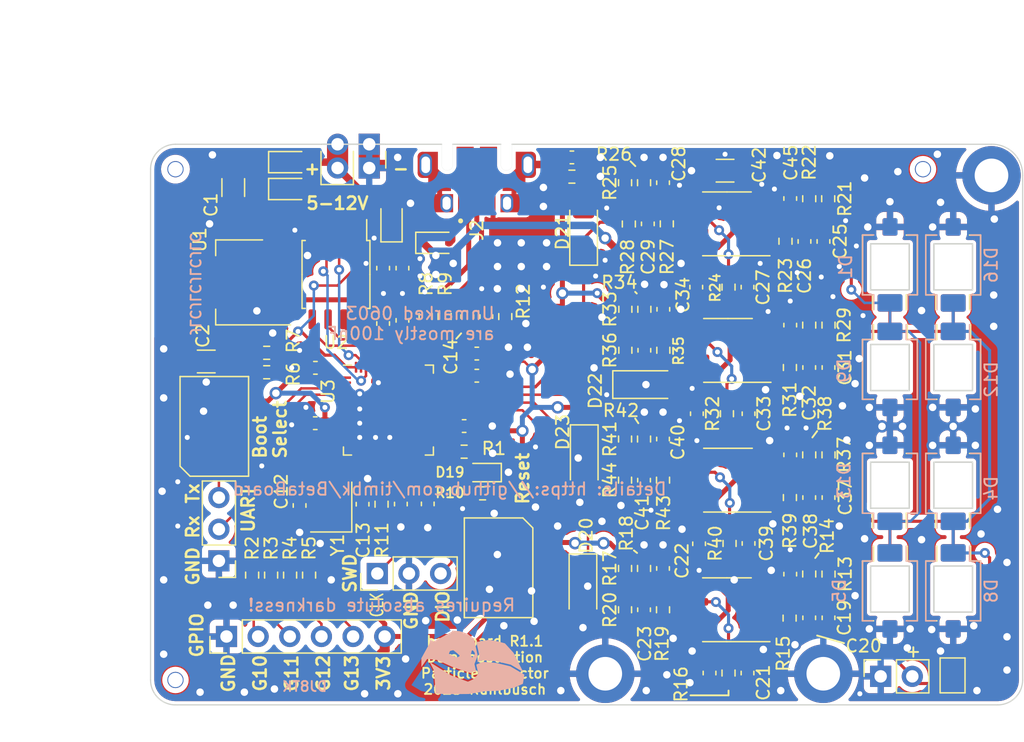
<source format=kicad_pcb>
(kicad_pcb (version 20221018) (generator pcbnew)
  (title_block (title "betaBoard") (date "2023-12-28") (rev "R1.1") (company "Tim Kuhlbusch") (comment 1 "Beta radiation detector"))
  (layers (0 "F.Cu" signal) (31 "B.Cu" signal) (34 "B.Paste" user) (35 "F.Paste" user) (36 "B.SilkS" user "B.Silkscreen") (37 "F.SilkS" user "F.Silkscreen") (38 "B.Mask" user) (39 "F.Mask" user) (44 "Edge.Cuts" user))
  (net 0 "")
  (net 1 "+3V3")
  (net 2 "GND")
  (net 3 "Net-(U3-XIN)")
  (net 4 "Net-(C13-Pad1)")
  (net 5 "VCC")
  (net 6 "Net-(U3-ADC_AVDD)")
  (net 7 "Net-(U4B-+)")
  (net 8 "Net-(U4B--)")
  (net 9 "Net-(U5B-+)")
  (net 10 "Net-(U5B--)")
  (net 11 "Net-(U6B-+)")
  (net 12 "Net-(U6B--)")
  (net 13 "Net-(U7B-+)")
  (net 14 "Net-(U7B--)")
  (net 15 "Net-(D12-K)")
  (net 16 "/MCU/SWD_CLK")
  (net 17 "/MCU/SWD_SIO")
  (net 18 "Net-(D17-A)")
  (net 19 "Net-(D19-A)")
  (net 21 "Net-(J6-Pin_2)")
  (net 22 "Net-(J6-Pin_3)")
  (net 23 "Net-(J6-Pin_4)")
  (net 24 "Net-(J6-Pin_5)")
  (net 25 "Net-(U3-USB_DP)")
  (net 26 "Net-(U3-USB_DM)")
  (net 27 "/MCU/ADC0")
  (net 28 "/MCU/ADC1")
  (net 29 "/MCU/ADC2")
  (net 30 "/MCU/ADC3")
  (net 31 "Net-(C19-Pad2)")
  (net 32 "/MCU/VREG_PICO")
  (net 33 "Net-(U3-RUN)")
  (net 34 "Net-(C25-Pad2)")
  (net 35 "Net-(C27-Pad2)")
  (net 36 "Net-(C29-Pad2)")
  (net 37 "Net-(C35-Pad2)")
  (net 38 "Net-(C37-Pad2)")
  (net 39 "/particle_sensor_array/Diodes")
  (net 40 "/particle_sensor_array1/Diodes")
  (net 41 "/particle_sensor_array2/Diodes")
  (net 42 "/particle_sensor_array3/Diodes")
  (net 43 "/MCU/GP18")
  (net 44 "Net-(R6-Pad1)")
  (net 45 "Net-(U3-XOUT)")
  (net 46 "/MCU/UART0_RX")
  (net 47 "/MCU/UART0_TX")
  (net 48 "/MCU/GP13")
  (net 49 "/MCU/GP12")
  (net 50 "/MCU/GP11")
  (net 51 "/MCU/GP10")
  (net 52 "Net-(U4A-+)")
  (net 53 "Net-(U5A-+)")
  (net 54 "Net-(U6A-+)")
  (net 55 "Net-(U7A-+)")
  (net 56 "/5V_USB")
  (net 57 "/MCU/USB_DM")
  (net 58 "/MCU/USB_DP")
  (net 59 "/MCU/QSPI.SS")
  (net 60 "/MCU/QSPI.SD1")
  (net 61 "/MCU/QSPI.SD2")
  (net 62 "/MCU/QSPI.SD0")
  (net 63 "/MCU/QSPI.SCLK")
  (net 64 "/MCU/QSPI.SD3")
  (net 66 "Net-(C21-Pad2)")
  (net 67 "Net-(C23-Pad2)")
  (net 68 "Net-(C31-Pad2)")
  (net 69 "Net-(C33-Pad2)")
  (net 70 "Net-(C39-Pad2)")
  (net 71 "Net-(C41-Pad2)")
  (net 76 "Net-(C20-Pad2)")
  (net 77 "Net-(C26-Pad2)")
  (net 78 "Net-(C32-Pad2)")
  (net 79 "Net-(C38-Pad2)")
  (net 92 "/MCU/GP17")
  (net 94 "Net-(J2-Shield)")
  (net 95 "/LDO_IN")
  (footprint "Crystal:Crystal_SMD_3225-4Pin_3.2x2.5mm" (layer "F.Cu") (at 64.5036 79.121 90)
    (fp_text reference "Y1")
    (fp_text value "X322512MSB4SI" hide)
  )
  (footprint "Connector_PinSocket_2.54mm:PinSocket_1x02_P2.54mm_Vertical" (layer "F.Cu") (at 108.605 92.7104 90)
    (fp_text reference "J3" hide)
    (fp_text value "DNP")
  )
  (footprint "Resistor_SMD:R_0603_1608Metric" (layer "F.Cu") (at 91.1352 76.962 90)
    (fp_text reference "R43")
    (fp_text value "1M")
  )
  (footprint "Resistor_SMD:R_0603_1608Metric" (layer "F.Cu") (at 78.4736 63.8302 90)
    (fp_text reference "R12")
    (fp_text value "100")
  )
  (footprint "Package_SO:SOIC-8_3.9x4.9mm_P1.27mm" (layer "F.Cu") (at 96.349 76.962 180)
    (fp_text reference "U7" hide)
    (fp_text value "LM358")
  )
  (footprint "betaBoard:PinHeader_1x02_P2.54mm_castellation" (layer "F.Cu") (at 67.5516 50 -90)
    (fp_text reference "J1" hide)
    (fp_text value "DNP" hide)
    (fp_line (start 0 -1.27) (end 0 3.81) (stroke (width 0.12)) (layer "Edge.Cuts"))
  )
  (footprint "Capacitor_SMD:C_0603_1608Metric" (layer "F.Cu") (at 72.2506 78.867 -90)
    (fp_text reference "C15" hide)
    (fp_text value "100n")
  )
  (footprint "Resistor_SMD:R_0603_1608Metric" (layer "F.Cu") (at 88.0872 73.66 90)
    (fp_text reference "R41")
    (fp_text value "10k")
  )
  (footprint "Resistor_SMD:R_0603_1608Metric" (layer "F.Cu") (at 59.322 68.3006)
    (fp_text reference "R6")
    (fp_text value "1k")
  )
  (footprint "Resistor_SMD:R_0603_1608Metric" (layer "F.Cu") (at 88.1126 63.246 90)
    (fp_text reference "R33")
    (fp_text value "10k")
  )
  (footprint "Resistor_SMD:R_0603_1608Metric" (layer "F.Cu") (at 91.1352 87.363 90)
    (fp_text reference "R19")
    (fp_text value "1M")
  )
  (footprint "Resistor_SMD:R_0603_1608Metric" (layer "F.Cu") (at 88.0872 87.363 -90)
    (fp_text reference "R20")
    (fp_text value "10k")
  )
  (footprint "Resistor_SMD:R_0603_1608Metric" (layer "F.Cu") (at 96.266 71.628 -90)
    (fp_text reference "R32")
    (fp_text value "4K7")
  )
  (footprint "Capacitor_SMD:C_0603_1608Metric" (layer "F.Cu") (at 104.4194 78.359 -90)
    (fp_text reference "C37")
    (fp_text value "10p")
  )
  (footprint "betaBoard:Osram_BPW34S-SMD_hole" (layer "F.Cu") (at 114.427 59.69 90)
    (fp_text reference "D2" hide)
    (fp_text value "BPW34-SMD")
    (fp_rect (start -2 -1.55) (end 1.7 1.55) (stroke (width 0.12)) (fill none) (layer "Edge.Cuts"))
  )
  (footprint "Capacitor_SMD:C_0603_1608Metric" (layer "F.Cu") (at 89.6366 66.535 -90)
    (fp_text reference "C35" hide)
    (fp_text value "47p")
  )
  (footprint "Jumper:SolderJumper-2_P1.3mm_Bridged2Bar_Pad1.0x1.5mm" (layer "F.Cu") (at 114.3762 92.6338 -90)
    (fp_text reference "JP1" hide)
    (fp_text value "DNP")
  )
  (footprint "Capacitor_SMD:C_0603_1608Metric" (layer "F.Cu") (at 104.4194 67.9196 -90)
    (fp_text reference "C31")
    (fp_text value "10p")
  )
  (footprint "Resistor_SMD:R_0603_1608Metric" (layer "F.Cu") (at 101.2952 88.0364 90)
    (fp_text reference "R15")
    (fp_text value "47M")
  )
  (footprint "Package_TO_SOT_SMD:SOT-223-3_TabPin2" (layer "F.Cu") (at 57.1376 61.087 180)
    (fp_text reference "U1")
    (fp_text value "AMS1117-3.3_SOT223")
  )
  (footprint "betaBoard:JLC_tooling_hole" (layer "F.Cu") (at 112 52)
    (fp_text reference "H5" hide)
    (fp_text value "JLC Tooling Hole")
  )
  (footprint "Capacitor_SMD:C_0603_1608Metric" (layer "F.Cu") (at 97.917 92.443 -90)
    (fp_text reference "C21")
    (fp_text value "470n")
  )
  (footprint "Capacitor_SMD:C_0603_1608Metric" (layer "F.Cu") (at 67.0182 78.8924 90)
    (fp_text reference "C13")
    (fp_text value "30p")
  )
  (footprint "Diode_SMD:D_SOD-323" (layer "F.Cu") (at 61.087 51.435)
    (fp_text reference "D17" hide)
    (fp_text value "1N5819WS")
  )
  (footprint "Resistor_SMD:R_0603_1608Metric" (layer "F.Cu") (at 89.6112 73.66 -90)
    (fp_text reference "R42")
    (fp_text value "10k")
  )
  (footprint "Capacitor_SMD:C_0603_1608Metric" (layer "F.Cu") (at 76.9496 63.8302 90)
    (fp_text reference "C3" hide)
    (fp_text value "100n")
  )
  (footprint "betaBoard:JLC_tooling_hole" (layer "F.Cu") (at 52 52)
    (fp_text reference "H6" hide)
    (fp_text value "JLC Tooling Hole" hide)
  )
  (footprint "betaBoard:Osram_BPW34S-SMD_hole" (layer "F.Cu") (at 109.347 68.072 -90)
    (fp_text reference "D14" hide)
    (fp_text value "BPW34-SMD")
    (fp_rect (start -2 -1.55) (end 1.7 1.55) (stroke (width 0.12)) (fill none) (layer "Edge.Cuts"))
  )
  (footprint "Resistor_SMD:R_0603_1608Metric" (layer "F.Cu") (at 88.392 56.4 -90)
    (fp_text reference "R28")
    (fp_text value "10k")
  )
  (footprint "Resistor_SMD:R_0603_1608Metric" (layer "F.Cu") (at 101.3206 78.359 90)
    (fp_text reference "R39")
    (fp_text value "47M")
  )
  (footprint "Resistor_SMD:R_0603_1608Metric" (layer "F.Cu") (at 88.1126 66.535 90)
    (fp_text reference "R36")
    (fp_text value "10k")
  )
  (footprint "Capacitor_SMD:C_0603_1608Metric" (layer "F.Cu") (at 102.87 67.9196 90)
    (fp_text reference "C32")
    (fp_text value "10p")
  )
  (footprint "Capacitor_SMD:C_0603_1608Metric" (layer "F.Cu") (at 68.6692 64.389 90)
    (fp_text reference "C16" hide)
    (fp_text value "100n")
  )
  (footprint "Capacitor_SMD:C_0603_1608Metric" (layer "F.Cu") (at 94.869 92.443 -90)
    (fp_text reference "C18" hide)
    (fp_text value "100n")
  )
  (footprint "Resistor_SMD:R_0603_1608Metric" (layer "F.Cu") (at 96.476 82.042 -90)
    (fp_text reference "R40")
    (fp_text value "4K7")
  )
  (footprint "Diode_SMD:D_SOD-323" (layer "F.Cu") (at 72.898 57.912)
    (fp_text reference "D24" hide)
    (fp_text value "1N5819WS")
  )
  (footprint "Resistor_SMD:R_0603_1608Metric" (layer "F.Cu") (at 104.4194 84.5 -90)
    (fp_text reference "R13")
    (fp_text value "47k")
  )
  (footprint "betaBoard:TS-1187A-B-A-B" (layer "F.Cu") (at 55.118 72.644)
    (fp_text reference "SW1" hide)
    (fp_text value "TS-1187A-B-A-B\n")
  )
  (footprint "Resistor_SMD:R_0603_1608Metric" (layer "F.Cu") (at 62.7256 84.582 -90)
    (fp_text reference "R5")
    (fp_text value "1k")
  )
  (footprint "Resistor_SMD:R_0603_1608Metric" (layer "F.Cu") (at 75.1716 74.676 180)
    (fp_text reference "R1")
    (fp_text value "10k")
  )
  (footprint "Resistor_SMD:R_0603_1608Metric" (layer "F.Cu") (at 76.6516 78.0211)
    (fp_text reference "R10")
    (fp_text value "10k")
  )
  (footprint "MountingHole:MountingHole_2.7mm_M2.5_DIN965_Pad" (layer "F.Cu") (at 117.5 52.5 45)
    (fp_text reference "H2" hide)
    (fp_text value "M3 Hole" hide)
  )
  (footprint "Capacitor_SMD:C_0603_1608Metric" (layer "F.Cu") (at 91.1352 84.0486 90)
    (fp_text reference "C22")
    (fp_text value "1u")
  )
  (footprint "betaBoard:Osram_BPW34S-SMD_hole" (layer "F.Cu") (at 109.347 59.69 90)
    (fp_text reference "D6" hide)
    (fp_text value "BPW34-SMD")
    (fp_rect (start -2 -1.55) (end 1.7 1.55) (stroke (width 0.12)) (fill none) (layer "Edge.Cuts"))
  )
  (footprint "betaBoard:Osram_BPW34S-SMD_hole" (layer "F.Cu") (at 114.427 68.072 -90)
    (fp_text reference "D10" hide)
    (fp_text value "BPW34-SMD")
    (fp_rect (start -2 -1.55) (end 1.7 1.55) (stroke (width 0.12)) (fill none) (layer "Edge.Cuts"))
  )
  (footprint "Capacitor_SMD:C_0603_1608Metric" (layer "F.Cu") (at 101.346 84.5058 90)
    (fp_text reference "C44" hide)
    (fp_text value "10u")
  )
  (footprint "Resistor_SMD:R_0603_1608Metric" (layer "F.Cu") (at 61.2016 84.582 -90)
    (fp_text reference "R4")
    (fp_text value "1k")
  )
  (footprint "Resistor_SMD:R_0603_1608Metric" (layer "F.Cu") (at 88.089 53.086 90)
    (fp_text reference "R25")
    (fp_text value "10k")
  )
  (footprint "Resistor_SMD:R_0603_1608Metric" (layer "F.Cu") (at 59.322 66.7401 180)
    (fp_text reference "R7")
    (fp_text value "10k")
  )
  (footprint "Resistor_SMD:R_0603_1608Metric" (layer "F.Cu") (at 104.4194 64.516 -90)
    (fp_text reference "R29")
    (fp_text value "47k")
  )
  (footprint "Resistor_SMD:R_0603_1608Metric" (layer "F.Cu") (at 102.87 84.4936 90)
    (fp_text reference "R14")
    (fp_text value "150k")
  )
  (footprint "Capacitor_SMD:C_0603_1608Metric" (layer "F.Cu") (at 63.2336 67.945 180)
    (fp_text reference "C8" hide)
    (fp_text value "100n")
  )
  (footprint "betaBoard:Osram_BPW34S-SMD_hole" (layer "F.Cu") (at 114.427 85.852 -90)
    (fp_text reference "D15" hide)
    (fp_text value "BPW34-SMD")
    (fp_rect (start -2 -1.55) (end 1.7 1.55) (stroke (width 0.12)) (fill none) (layer "Edge.Cuts"))
  )
  (footprint "Resistor_SMD:R_0603_1608Metric" (layer "F.Cu") (at 96.393 61.468 -90)
    (fp_text reference "R24")
    (fp_text value "4K7")
  )
  (footprint "Connector_PinHeader_2.54mm:PinHeader_1x03_P2.54mm_Vertical" (layer "F.Cu") (at 68.2016 84.455 90)
    (fp_text reference "J5" hide)
    (fp_text value "DNP")
  )
  (footprint "Capacitor_SMD:C_0603_1608Metric" (layer "F.Cu") (at 76.1876 68.58)
    (fp_text reference "C4" hide)
    (fp_text value "100n")
  )
  (footprint "Diode_SMD:D_SOD-323" (layer "F.Cu") (at 61.087 53.594)
    (fp_text reference "D18" hide)
    (fp_text value "1N5819WS" hide)
  )
  (footprint "Diode_SMD:D_MiniMELF" (layer "F.Cu") (at 84.709 85.5472 -90)
    (fp_text reference "D20")
    (fp_text value "ZMM3V3-M")
  )
  (footprint "Capacitor_SMD:C_0603_1608Metric" (layer "F.Cu") (at 63.2206 72.39 180)
    (fp_text reference "C5" hide)
    (fp_text value "100n")
  )
  (footprint "Resistor_SMD:R_0603_1608Metric" (layer "F.Cu") (at 104.394 54.371 -90)
    (fp_text reference "R21")
    (fp_text value "47k")
  )
  (footprint "betaBoard:Osram_BPW34S-SMD_hole" (layer "F.Cu") (at 109.347 77.216 90)
    (fp_text reference "D11" hide)
    (fp_text value "BPW34-SMD")
    (fp_rect (start -2 -1.55) (end 1.7 1.55) (stroke (width 0.12)) (fill none) (layer "Edge.Cuts"))
  )
  (footprint "Capacitor_SMD:C_0603_1608Metric" (layer "F.Cu") (at 68.6692 59.944 90)
    (fp_text reference "C7" hide)
    (fp_text value "100n")
  )
  (footprint "Capacitor_SMD:C_0603_1608Metric" (layer "F.Cu") (at 61.9636 78.994 90)
    (fp_text reference "C12")
    (fp_text value "30p")
  )
  (footprint "Resistor_SMD:R_0603_1608Metric" (layer "F.Cu") (at 72.0796 63.8225 -90)
    (fp_text reference "R8")
    (fp_text value "27.4")
  )
  (footprint "Resistor_SMD:R_0603_1608Metric" (layer "F.Cu") (at 88.0872 76.962 -90)
    (fp_text reference "R44")
    (fp_text value "10k")
  )
  (footprint "Diode_SMD:D_MiniMELF" (layer "F.Cu") (at 89.7636 69.2912)
    (fp_text reference "D22")
    (fp_text value "ZMM3V3-M" hide)
  )
  (footprint "betaBoard:TS-1187A-B-A-B" (layer "F.Cu") (at 77.9356 83.995 180)
    (fp_text reference "SW2" hide)
    (fp_text value "TS-1187A-B-A-B")
  )
  (footprint "Capacitor_SMD:C_0603_1608Metric" (layer "F.Cu") (at 93.853 71.628 -90)
    (fp_text reference "C30" hide)
    (fp_text value "100n")
  )
  (footprint "Diode_SMD:D_SOD-323" (layer "F.Cu") (at 69.342 56.227 90)
    (fp_text reference "D25" hide)
    (fp_text value "1N5819WS")
  )
  (footprint "MountingHole:MountingHole_2.7mm_M2.5_DIN965_Pad" (layer "F.Cu") (at 86.5 92.5 45)
    (fp_text reference "H3" hide)
    (fp_text value "M3 Hole")
  )
  (footprint "Resistor_SMD:R_0603_1608Metric" (layer "F.Cu") (at 83.82 52.599 180)
    (fp_text reference "R45" hide)
    (fp_text value "0")
  )
  (footprint "Package_SO:SOIC-8_3.9x4.9mm_P1.27mm" (layer "F.Cu") (at 96.266 87.363 180)
    (fp_text reference "U4" hide)
    (fp_text value "LM358")
  )
  (footprint "Capacitor_SMD:C_0603_1608Metric" (layer "F.Cu") (at 70.2186 64.135 90)
    (fp_text reference "C6" hide)
    (fp_text value "100n")
  )
  (footprint "Resistor_SMD:R_0603_1608Metric" (layer "F.Cu") (at 91.1606 66.535 90)
    (fp_text reference "R35")
    (fp_text value "1M")
  )
  (footprint "Capacitor_SMD:C_0603_1608Metric" (layer "F.Cu") (at 98 82.042 -90)
    (fp_text reference "C39")
    (fp_text value "470n")
  )
  (footprint "Capacitor_SMD:C_0603_1608Metric" (layer "F.Cu") (at 101.346 54.356 90)
    (fp_text reference "C45")
    (fp_text value "10u")
  )
  (footprint "Resistor_SMD:R_0603_1608Metric" (layer "F.Cu") (at 102.87 54.371 90)
    (fp_text reference "R22")
    (fp_text value "150k")
  )
  (footprint "betaBoard:AMPHENOL_10103592-0001LF" (layer "F.Cu") (at 76.1876 50 180)
    (fp_text reference "J2")
    (fp_text value "AMPHENOL_10103592-0001LF")
    (fp_line (start -2.825 0) (end -2.825 -1.65) (stroke (width 0.01)) (layer "Edge.Cuts"))
    (fp_line (start -1.925 -1.65) (end -1.925 0) (stroke (width 0.01)) (layer "Edge.Cuts"))
    (fp_line (start 1.925 -1.65) (end 1.925 0) (stroke (width 0.01)) (layer "Edge.Cuts"))
    (fp_line (start 2.825 0) (end 2.825 -1.65) (stroke (width 0.01)) (layer "Edge.Cuts"))
    (fp_arc (start -2.825 -1.65) (mid -2.693198 -1.968198) (end -2.375 -2.1) (stroke (width 0.01)) (layer "Edge.Cuts"))
    (fp_arc (start -2.375 -2.1) (mid -2.056802 -1.968198) (end -1.925 -1.65) (stroke (width 0.01)) (layer "Edge.Cuts"))
    (fp_arc (start 1.925 -1.65) (mid 2.056802 -1.968198) (end 2.375 -2.1) (stroke (width 0.01)) (layer "Edge.Cuts"))
    (fp_arc (start 2.375 -2.1) (mid 2.693198 -1.968198) (end 2.825 -1.65) (stroke (width 0.01)) (layer "Edge.Cuts"))
  )
  (footprint "Capacitor_SMD:C_0603_1608Metric" (layer "F.Cu") (at 97.917 61.468 -90)
    (fp_text reference "C27")
    (fp_text value "470n")
  )
  (footprint "Package_SO:SOIC-8_5.23x5.23mm_P1.27mm" (layer "F.Cu") (at 64.8846 60.452 -90)
    (fp_text reference "U2")
    (fp_text value "W25Q128JVSIQ" hide)
  )
  (footprint "Resistor_SMD:R_0603_1608Metric" (layer "F.Cu") (at 68.5422 78.8924 90)
    (fp_text reference "R11")
    (fp_text value "1k")
  )
  (footprint "Resistor_SMD:R_0603_1608Metric" (layer "F.Cu") (at 89.6112 84.0486 -90)
    (fp_text reference "R18")
    (fp_text value "10k")
  )
  (footprint "Resistor_SMD:R_0603_1608Metric" (layer "F.Cu") (at 102.87 64.516 90)
    (fp_text reference "R30" hide)
    (fp_text value "150k")
  )
  (footprint "Capacitor_SMD:C_0603_1608Metric" (layer "F.Cu") (at 91.1606 63.246 90)
    (fp_text reference "C34")
    (fp_text value "1u")
  )
  (footprint "Resistor_SMD:R_0603_1608Metric" (layer "F.Cu") (at 102.87 74.93 90)
    (fp_text reference "R38")
    (fp_text value "150k")
  )
  (footprint "Resistor_SMD:R_0603_1608Metric" (layer "F.Cu") (at 58.1536 84.582 -90)
    (fp_text reference "R2")
    (fp_text value "1k")
  )
  (footprint "Capacitor_SMD:C_0603_1608Metric" (layer "F.Cu") (at 101.346 64.516 90)
    (fp_text reference "C46" hide)
    (fp_text value "10u")
  )
  (footprint "Capacitor_SMD:C_0603_1608Metric" (layer "F.Cu") (at 75.4256 63.8302 90)
    (fp_text reference "C14")
    (fp_text value "1u")
  )
  (footprint "betaBoard:Osram_BPW34S-SMD_hole" (layer "F.Cu") (at 109.347 85.852 -90)
    (fp_text reference "D7" hide)
    (fp_text value "BPW34-SMD")
    (fp_rect (start -2 -1.55) (end 1.7 1.55) (stroke (width 0.12)) (fill none) (layer "Edge.Cuts"))
  )
  (footprint "Resistor_SMD:R_0603_1608Metric" (layer "F.Cu") (at 88.0872 84.0486 90)
    (fp_text reference "R17")
    (fp_text value "10k")
  )
  (footprint "Capacitor_SMD:C_0603_1608Metric" (layer "F.Cu") (at 102.489 57.8 90)
    (fp_text reference "C26")
    (fp_text value "10p")
  )
  (footprint "Resistor_SMD:R_0603_1608Metric" (layer "F.Cu") (at 59.6776 84.582 -90)
    (fp_text reference "R3")
    (fp_text value "1k")
  )
  (footprint "Capacitor_SMD:C_0603_1608Metric" (layer "F.Cu") (at 75.1716 72.6186)
    (fp_text reference "C11" hide)
    (fp_text value "100n")
  )
  (footprint "Connector_PinHeader_2.54mm:PinHeader_1x06_P2.54mm_Vertical" (layer "F.Cu") (at 56.0962 89.5096 90)
    (fp_text reference "J6" hide)
    (fp_text value "DNP")
  )
  (footprint "Capacitor_SMD:C_1206_3216Metric" (layer "F.Cu") (at 54.4706 67.437 180)
    (fp_text reference "C2")
    (fp_text value "10u")
  )
  (footprint "Capacitor_SMD:C_0603_1608Metric" (layer "F.Cu") (at 102.87 78.359 90)
    (fp_text reference "C38")
    (fp_text value "10p")
  )
  (footprint "Package_SO:SOIC-8_3.9x4.9mm_P1.27mm" (layer "F.Cu") (at 96.266 56.388 180)
    (fp_text reference "U5" hide)
    (fp_text value "LM358")
  )
  (footprint "Package_DFN_QFN:QFN-56-1EP_7x7mm_P0.4mm_EP3.2x3.2mm" (layer "F.Cu") (at 69.0936 71.3365)
    (fp_text reference "U3")
    (fp_text value "RP2040")
  )
  (footprint "Resistor_SMD:R_0603_1608Metric" (layer "F.Cu") (at 91.44 56.388 90)
    (fp_text reference "R27")
    (fp_text value "1M")
  )
  (footprint "Resistor_SMD:R_0603_1608Metric" (layer "F.Cu") (at 96.393 92.443 -90)
    (fp_text reference "R16")
    (fp_text value "4K7")
  )
  (footprint "Connector_PinHeader_2.54mm:PinHeader_1x03_P2.54mm_Vertical" (layer "F.Cu") (at 55.4866 83.439 180)
    (fp_text reference "J4" hide)
    (fp_text value "DNP")
  )
  (footprint "Capacitor_SMD:C_0603_1608Metric" (layer "F.Cu") (at 89.6112 76.962 -90)
    (fp_text reference "C41")
    (fp_text value "47p")
  )
  (footprint "Capacitor_SMD:C_0603_1608Metric" (layer "F.Cu") (at 102.87 88.011 90)
    (fp_text reference "C20")
    (fp_text value "10p")
  )
  (footprint "Capacitor_SMD:C_0603_1608Metric" (layer "F.Cu") (at 94.0308 82.0674 -90)
    (fp_text reference "C36" hide)
    (fp_text value "100n")
  )
  (footprint "Diode_SMD:D_MiniMELF" (layer "F.Cu") (at 84.7598 57.0484 90)
    (fp_text reference "D21")
    (fp_text value "ZMM3V3-M" hide)
  )
  (footprint "Resistor_SMD:R_0603_1608Metric" (layer "F.Cu") (at 89.613 53.086 -90)
    (fp_text reference "R26")
    (fp_text value "10k")
  )
  (footprint "Capacitor_SMD:C_0603_1608Metric" (layer "F.Cu") (at 76.1876 66.802)
    (fp_text reference "C17" hide)
    (fp_text value "1u")
  )
  (footprint "Capacitor_SMD:C_0603_1608Metric" (layer "F.Cu") (at 70.0916 78.88 -90)
    (fp_text reference "C10" hide)
    (fp_text value "100n")
  )
  (footprint "Capacitor_SMD:C_1206_3216Metric" (layer "F.Cu") (at 96.1136 52.1208 180)
    (fp_text reference "C42")
    (fp_text value "10u")
  )
  (footprint "Capacitor_SMD:C_0603_1608Metric" (layer "F.Cu") (at 93.8022 61.468 -90)
    (fp_text reference "C24" hide)
    (fp_text value "100n")
  )
  (footprint "Capacitor_SMD:C_0603_1608Metric" (layer "F.Cu") (at 91.1352 73.66 90)
    (fp_text reference "C40")
    (fp_text value "1u")
  )
  (footprint "LED_SMD:LED_0603_1608Metric" (layer "F.Cu") (at 76.6702 76.3524 180)
    (fp_text reference "D19")
    (fp_text value "LED")
  )
  (footprint "Capacitor_SMD:C_0603_1608Metric" (layer "F.Cu") (at 89.6112 87.363 -90)
    (fp_text reference "C23")
    (fp_text value "47p")
  )
  (footprint "Capacitor_SMD:C_0603_1608Metric" (layer "F.Cu") (at 101.346 74.93 90)
    (fp_text reference "C47" hide)
    (fp_text value "10u")
  )
  (footprint "betaBoard:Osram_BPW34S-SMD_hole" (layer "F.Cu") (at 114.427 77.216 90)
    (fp_text reference "D3" hide)
    (fp_text value "BPW34-SMD")
    (fp_rect (start -2 -1.55) (end 1.7 1.55) (stroke (width 0.12)) (fill none) (layer "Edge.Cuts"))
  )
  (footprint "Capacitor_SMD:C_0603_1608Metric" (layer "F.Cu") (at 91.137 53.086 90)
    (fp_text reference "C28")
    (fp_text value "1u")
  )
  (footprint "Capacitor_SMD:C_0603_1608Metric" (layer "F.Cu") (at 98 71.628 -90)
    (fp_text reference "C33")
    (fp_text value "470n")
  )
  (footprint "Diode_SMD:D_MiniMELF" (layer "F.Cu") (at 84.8106 75.184 -90)
    (fp_text reference "D23")
    (fp_text value "ZMM3V3-M" hide)
  )
  (footprint "Capacitor_SMD:C_0603_1608Metric" (layer "F.Cu") (at 104.4194 88.011 -90)
    (fp_text reference "C19")
    (fp_text value "10p")
  )
  (footprint "Resistor_SMD:R_0603_1608Metric" (layer "F.Cu") (at 101.3206 67.9196 90)
    (fp_text reference "R31")
    (fp_text value "47M")
  )
  (footprint "Resistor_SMD:R_0603_1608Metric" (layer "F.Cu") (at 100.965 57.785 90)
    (fp_text reference "R23")
    (fp_text value "47M")
  )
  (footprint "Package_SO:SOIC-8_3.9x4.9mm_P1.27mm" (layer "F.Cu") (at 96.349 66.548 180)
    (fp_text reference "U6" hide)
    (fp_text value "LM358")
  )
  (footprint "betaBoard:JLC_tooling_hole" (layer "F.Cu") (at 52 93)
    (fp_text reference "H4" hide)
    (fp_text value "JLC Tooling Hole")
  )
  (footprint "Resistor_SMD:R_0603_1608Metric" (layer "F.Cu") (at 89.6366 63.246 -90)
    (fp_text reference "R34")
    (fp_text value "10k")
  )
  (footprint "Capacitor_SMD:C_0603_1608Metric" (layer "F.Cu") (at 104.013 57.8 -90)
    (fp_text reference "C25")
    (fp_text value "10p")
  )
  (footprint "MountingHole:MountingHole_2.7mm_M2.5_DIN965_Pad" (layer "F.Cu") (at 104 92.5 45)
    (fp_text reference "H1" hide)
    (fp_text value "M3 Hole")
  )
  (footprint "Capacitor_SMD:C_1206_3216Metric" (layer "F.Cu") (at 56.6386 53.475 90)
    (fp_text reference "C1")
    (fp_text value "10u")
  )
  (footprint "Capacitor_SMD:C_0603_1608Metric" (layer "F.Cu") (at 89.916 56.388 -90)
    (fp_text reference "C29")
    (fp_text value "47p")
  )
  (footprint "Capacitor_SMD:C_0603_1608Metric" (layer "F.Cu") (at 70.2186 59.944 90)
    (fp_text reference "C9" hide)
    (fp_text value "1u")
  )
  (footprint "Resistor_SMD:R_0603_1608Metric" (layer "F.Cu") (at 104.4194 74.93 -90)
    (fp_text reference "R37")
    (fp_text value "47k")
  )
  (footprint "Resistor_SMD:R_0603_1608Metric" (layer "F.Cu") (at 73.6036 63.8225 -90)
    (fp_text reference "R9")
    (fp_text value "27.4")
  )
  (footprint "Capacitor_SMD:C_0603_1608Metric" (layer "F.Cu") (at 83.82 51.054)
    (fp_text reference "C43" hide)
    (fp_text value "DNP")
  )
  (footprint "OptoDevice:Osram_BPW34S-SMD" (layer "B.Cu") (at 109.347 85.852 -90)
    (fp_text reference "D5")
    (fp_text value "DNP")
  )
  (footprint "OptoDevice:Osram_BPW34S-SMD" (layer "B.Cu") (at 109.3598 59.6824 90)
    (fp_text reference "D1")
    (fp_text value "DNP")
  )
  (footprint "OptoDevice:Osram_BPW34S-SMD" (layer "B.Cu") (at 114.427 59.69 90)
    (fp_text reference "D16")
    (fp_text value "DNP")
  )
  (footprint "AAA_stickaas:polyfox" (layer "B.Cu") (at 75.5018 91.186 180)
    (fp_text reference "G***" hide)
    (fp_text value "LOGO" hide)
  )
  (footprint "OptoDevice:Osram_BPW34S-SMD" (layer "B.Cu") (at 114.427 85.852 -90)
    (fp_text reference "D8")
    (fp_text value "DNP")
  )
  (footprint "OptoDevice:Osram_BPW34S-SMD" (layer "B.Cu") (at 109.347 68.072 -90)
    (fp_text reference "D9")
    (fp_text value "DNP")
  )
  (footprint "OptoDevice:Osram_BPW34S-SMD" (layer "B.Cu") (at 109.347 77.216 90)
    (fp_text reference "D13")
    (fp_text value "DNP")
  )
  (footprint "OptoDevice:Osram_BPW34S-SMD" (layer "B.Cu") (at 114.427 77.216 90)
    (fp_text reference "D4")
    (fp_text value "DNP")
  )
  (footprint "OptoDevice:Osram_BPW34S-SMD" (layer "B.Cu") (at 114.427 68.072 -90)
    (fp_text reference "D12")
    (fp_text value "DNP")
  )
  (gr_line (start 88.7984 82.6008) (end 89.0524 82.804) (stroke (width 0.15)) (layer "F.SilkS"))
  (gr_line (start 74.549 65.6082) (end 74.93 65.1764) (stroke (width 0.15)) (layer "F.SilkS"))
  (gr_line (start 89.154 72.39) (end 88.9 72.009) (stroke (width 0.15)) (layer "F.SilkS"))
  (gr_line (start 93.345 94.234) (end 96.393 94.234) (stroke (width 0.15)) (layer "F.SilkS"))
  (gr_line (start 103.505 73.025) (end 103.124 73.533) (stroke (width 0.15)) (layer "F.SilkS"))
  (gr_line (start 88.5317 51.3715) (end 88.9127 51.7525) (stroke (width 0.15)) (layer "F.SilkS"))
  (gr_line (start 96.393 94.234) (end 96.393 93.853) (stroke (width 0.15)) (layer "F.SilkS"))
  (gr_line (start 103.3526 83.2104) (end 103.632 82.8294) (stroke (width 0.15)) (layer "F.SilkS"))
  (gr_line (start 105.664 90.043) (end 103.505 89.4334) (stroke (width 0.15)) (layer "F.SilkS"))
  (gr_line (start 89.027 61.976) (end 88.9 61.849) (stroke (width 0.15)) (layer "F.SilkS"))
  (gr_line (start 74.2626 50) (end 78.1126 50) (stroke (width 0.1)) (layer "Edge.Cuts"))
  (gr_arc (start 117.5 50) (mid 119.283357 50.716643) (end 120 52.5) (stroke (width 0.1)) (layer "Edge.Cuts"))
  (gr_arc (start 120 93) (mid 119.414214 94.414214) (end 118 95) (stroke (width 0.1)) (layer "Edge.Cuts"))
  (gr_line (start 68.8216 50) (end 73.3626 50) (stroke (width 0.1)) (layer "Edge.Cuts"))
  (gr_arc (start 52 95) (mid 50.585786 94.414214) (end 50 93) (stroke (width 0.1)) (layer "Edge.Cuts"))
  (gr_line (start 118 95) (end 52 95) (stroke (width 0.1)) (layer "Edge.Cuts"))
  (gr_line (start 52 50) (end 63.7416 50) (stroke (width 0.1)) (layer "Edge.Cuts"))
  (gr_line (start 50 93) (end 50 52) (stroke (width 0.1)) (layer "Edge.Cuts"))
  (gr_line (start 120 52.5) (end 120 93) (stroke (width 0.1)) (layer "Edge.Cuts"))
  (gr_arc (start 50 52) (mid 50.585786 50.585786) (end 52 50) (stroke (width 0.1)) (layer "Edge.Cuts"))
  (gr_line (start 79.0126 50) (end 117.5 50) (stroke (width 0.1)) (layer "Edge.Cuts"))
  (gr_text "JLCJLCJLCJLC" (at 53.5816 61.214 270) (layer "B.SilkS") (effects (font (size 0.8 0.8)) (justify mirror)))
  (gr_text "DJ8TK" (at 62.37 93.5228) (layer "B.SilkS") (effects (font (size 0.8 0.8)) (justify mirror)))
  (gr_text "Details: https://github.com/timbk/BetaBoard" (at 91.511 77.6732) (layer "B.SilkS") (effects (font (size 1 1)) (justify left mirror)))
  (gr_text "Unmarked 0603\nare mostly 100nF" (at 77.7116 64.389) (layer "B.SilkS") (effects (font (size 1 1)) (justify left mirror)))
  (gr_text "Requires absolute darkness!" (at 79.3626 86.995) (layer "B.SilkS") (effects (font (size 1 1)) (justify left mirror)))
  (gr_text "GPIO" (at 53.7086 89.408 90) (layer "F.SilkS") (effects (font (size 1 1) (thickness 0.2))))
  (gr_text "G13" (at 66.1546 92.456 90) (layer "F.SilkS") (effects (font (size 1 1) (thickness 0.2))))
  (gr_text "G10" (at 58.7886 92.456 90) (layer "F.SilkS") (effects (font (size 1 1) (thickness 0.2))))
  (gr_text "+" (at 62.9796 51.943) (layer "F.SilkS") (effects (font (size 1 1) (thickness 0.2))))
  (gr_text "Boot\nSelect" (at 59.5884 75.3364 90) (layer "F.SilkS") (effects (font (size 1 1) (thickness 0.2)) (justify left)))
  (gr_text "Tx" (at 53.3908 78.0288 90) (layer "F.SilkS") (effects (font (size 1 1) (thickness 0.2))))
  (gr_text "Rx" (at 53.3908 80.7212 90) (layer "F.SilkS") (effects (font (size 1 1) (thickness 0.2))))
  (gr_text "G11\n" (at 61.3286 92.456 90) (layer "F.SilkS") (effects (font (size 1 1) (thickness 0.2))))
  (gr_text "UART" (at 57.8358 79.2988 90) (layer "F.SilkS") (effects (font (size 1 1) (thickness 0.2))))
  (gr_text "Reset" (at 79.8706 76.835 90) (layer "F.SilkS") (effects (font (size 1 1) (thickness 0.2))))
  (gr_text "GND" (at 56.2486 92.456 90) (layer "F.SilkS") (effects (font (size 1 1) (thickness 0.2))))
  (gr_text "CLK" (at 68.1736 86.9696 90) (layer "F.SilkS") (effects (font (size 1 0.7) (thickness 0.13) bold)))
  (gr_text "-" (at 70.0916 51.943) (layer "F.SilkS") (effects (font (size 1 1) (thickness 0.2))))
  (gr_text "GND" (at 53.3908 83.8708 90) (layer "F.SilkS") (effects (font (size 1 1) (thickness 0.2))))
  (gr_text "DIO" (at 73.4568 87.122 90) (layer "F.SilkS") (effects (font (size 1 1) (thickness 0.2))))
  (gr_text "betaBoard R1.1\nDemonostration\nParticle Detector\n2023 Kuhlbusch" (at 76.835 91.821) (layer "F.SilkS") (effects (font (size 0.8 0.8))))
  (gr_text "5-12V" (at 64.9986 54.737) (layer "F.SilkS") (effects (font (size 1 1) (thickness 0.2))))
  (gr_text "+" (at 111.2266 90.678) (layer "F.SilkS") (effects (font (size 1 1))))
  (gr_text "SWD" (at 66.0022 84.4296 90) (layer "F.SilkS") (effects (font (size 1 1) (thickness 0.2))))
  (gr_text "G12" (at 63.8686 92.456 90) (layer "F.SilkS") (effects (font (size 1 1) (thickness 0.2))))
  (gr_text "3V3" (at 68.6946 92.456 90) (layer "F.SilkS") (effects (font (size 1 1) (thickness 0.2))))
  (gr_text "GND" (at 70.9168 87.4268 90) (layer "F.SilkS") (effects (font (size 1 1) (thickness 0.2))))
  (segment (start 75.451 89.5096) (end 68.7962 89.5096) (width 0.4) (layer "F.Cu") (net 1))
  (segment (start 78.9816 82.9818) (end 78.9816 85.979) (width 0.4) (layer "F.Cu") (net 1))
  (segment (start 80.6326 68.072) (end 80.0104 67.4498) (width 0.2) (layer "F.Cu") (net 1))
  (segment (start 66.7896 61.976) (end 68.0466 60.719) (width 0.4) (layer "F.Cu") (net 1))
  (segment (start 69.482 65.6336) (end 70.0916 65.024) (width 0.2) (layer "F.Cu") (net 1))
  (segment (start 84.074 82.0166) (end 84.0232 81.9658) (width 0.4) (layer "F.Cu") (net 1))
  (segment (start 69.2936 66.5586) (end 69.482 66.3702) (width 0.2) (layer "F.Cu") (net 1))
  (segment (start 71.1076 61.608) (end 70.2186 60.719) (width 0.3) (layer "F.Cu") (net 1))
  (segment (start 64.8001 68.7365) (end 64.0086 67.945) (width 0.2) (layer "F.Cu") (net 1))
  (segment (start 76.3016 67.691) (end 75.4126 68.58) (width 0.2) (layer "F.Cu") (net 1))
  (segment (start 86.297 62.421) (end 88.138 62.421) (width 0.4) (layer "F.Cu") (net 1))
  (segment (start 75.2561 68.7365) (end 75.4126 68.58) (width 0.2) (layer "F.Cu") (net 1))
  (segment (start 56.3774 67.4624) (end 55.8676 67.9722) (width 0.4) (layer "F.Cu") (net 1))
  (segment (start 54.4706 76.454) (end 53.5816 77.343) (width 0.8) (layer "F.Cu") (net 1))
  (segment (start 76.0228 65.532) (end 76.9496 64.6052) (width 0.2) (layer "F.Cu") (net 1))
  (segment (start 85.852 61.976) (end 86.297 62.421) (width 0.4) (layer "F.Cu") (net 1))
  (segment (start 79.8452 72.9996) (end 79.8452 77.978) (width 0.4) (layer "F.Cu") (net 1))
  (segment (start 71.2936 67.899) (end 71.2936 67.366525) (width 0.2) (layer "F.Cu") (net 1))
  (segment (start 65.6561 68.7365) (end 64.8001 68.7365) (width 0.2) (layer "F.Cu") (net 1))
  (segment (start 82.677 71.12) (end 86.106 71.12) (width 0.4) (layer "F.Cu") (net 1))
  (segment (start 70.0916 65.024) (end 70.0916 64.7245) (width 0.2) (layer "F.Cu") (net 1))
  (segment (start 78.0926 73.66) (end 78.753 72.9996) (width 0.4) (layer "F.Cu") (net 1))
  (segment (start 60.0586 69.977) (end 60.071 69.977) (width 0.4) (layer "F.Cu") (net 1))
  (segment (start 61.9346 62.484) (end 60.5376 61.087) (width 0.4) (layer "F.Cu") (net 1))
  (segment (start 78.9816 78.8416) (end 78.9816 82.9818) (width 0.4) (layer "F.Cu") (net 1))
  (segment (start 69.2936 77.307) (end 70.0916 78.105) (width 0.2) (layer "F.Cu") (net 1))
  (segment (start 86.629 53.721) (end 83.7184 53.721) (width 0.4) (layer "F.Cu") (net 1))
  (segment (start 86.36 82.0166) (end 86.8802 82.0166) (width 0.4) (layer "F.Cu") (net 1))
  (segment (start 86.741 82.042) (end 86.7156 82.0166) (width 0.4) (layer "F.Cu") (net 1))
  (segment (start 68.7962 90.6272) (end 68.7962 89.5096) (width 0.8) (layer "F.Cu") (net 1))
  (segment (start 70.5996 81.8642) (end 71.1076 81.3562) (width 0.4) (layer "F.Cu") (net 1))
  (segment (start 70.2186 64.91) (end 70.4779 64.6507) (width 0.2) (layer "F.Cu") (net 1))
  (segment (start 83.058 54.3814) (end 83.058 65.6466) (width 0.4) (layer "F.Cu") (net 1))
  (segment (start 83.7184 53.721) (end 83.058 54.3814) (width 0.4) (layer "F.Cu") (net 1))
  (segment (start 69.6936 66.5818) (end 69.482 66.3702) (width 0.2) (layer "F.Cu") (net 1))
  (segment (start 70.2186 64.91) (end 70.2186 64.897) (width 0.2) (layer "F.Cu") (net 1))
  (segment (start 72.5311 72.3365) (end 74.1145 72.3365) (width 0.2) (layer "F.Cu") (net 1))
  (segment (start 71.1076 81.3562) (end 71.1076 79.121) (width 0.2) (layer "F.Cu") (net 1))
  (segment (start 60.2876 61.087) (end 53.9876 61.087) (width 1) (layer "F.Cu") (net 1))
  (segment (start 55.8676 69.977) (end 55.8676 72.644) (width 0.8) (layer "F.Cu") (net 1))
  (segment (start 78.9816 85.979) (end 75.451 89.5096) (width 0.4) (layer "F.Cu") (net 1))
  (segment (start 68.7962 88.4936) (end 68.7962 89.5096) (width 0.4) (layer "F.Cu") (net 1))
  (segment (start 65.9006 85.598) (end 68.7962 88.4936) (width 0.4) (layer "F.Cu") (net 1))
  (segment (start 67.6024 81.8642) (end 65.9006 83.566) (width 0.4) (layer "F.Cu") (net 1))
  (segment (start 65.9006 83.566) (end 65.9006 85.598) (width 0.4) (layer "F.Cu") (net 1))
  (segment (start 77.971315 67.4498) (end 77.730115 67.691) (width 0.2) (layer "F.Cu") (net 1))
  (segment (start 70.4779 64.6507) (end 70.4779 64.5975) (width 0.2) (layer "F.Cu") (net 1))
  (segment (start 59.4236 70.612) (end 60.0586 69.977) (width 0.4) (layer "F.Cu") (net 1))
  (segment (start 63.9956 71.12) (end 63.9956 72.39) (width 0.4) (layer "F.Cu") (net 1))
  (segment (start 86.106 71.12) (end 87.821 72.835) (width 0.4) (layer "F.Cu") (net 1))
  (segment (start 60.071 69.977) (end 61.087 68.961) (width 0.4) (layer "F.Cu") (net 1))
  (segment (start 55.8676 72.644) (end 54.4706 74.041) (width 0.8) (layer "F.Cu") (net 1))
  (segment (start 53.0736 81.915) (end 53.0736 89.8398) (width 0.8) (layer "F.Cu") (net 1))
  (segment (start 71.1076 64.008) (end 71.1076 61.608) (width 0.2) (layer "F.Cu") (net 1))
  (segment (start 86.7156 82.0166) (end 86.36 82.0166) (width 0.4) (layer "F.Cu") (net 1))
  (segment (start 77.4766 78.0211) (end 79.8021 78.0211) (width 0.4) (layer "F.Cu") (net 1))
  (segment (start 69.2936 74.774) (end 69.2936 77.307) (width 0.2) (layer "F.Cu") (net 1))
  (segment (start 71.1076 79.121) (end 70.0916 78.105) (width 0.2) (layer "F.Cu") (net 1))
  (segment (start 57.2392 67.4624) (end 56.3774 67.4624) (width 0.4) (layer "F.Cu") (net 1))
  (segment (start 75.438 73.66) (end 78.0926 73.66) (width 0.4) (layer "F.Cu") (net 1))
  (segment (start 53.5816 81.407) (end 53.0736 81.915) (width 0.8) (layer "F.Cu") (net 1))
  (segment (start 55.8676 67.9722) (end 55.8676 69.977) (width 0.8) (layer "F.Cu") (net 1))
  (segment (start 60.5376 61.087) (end 60.2876 61.087) (width 0.4) (layer "F.Cu") (net 1))
  (segment (start 71.2936 67.366525) (end 71.604125 67.056) (width 0.2) (layer "F.Cu") (net 1))
  (segment (start 66.7896 61.976) (end 66.2816 62.484) (width 0.4) (layer "F.Cu") (net 1))
  (segment (start 70.2186 64.897) (end 71.1076 64.008) (width 0.2) (layer "F.Cu") (net 1))
  (segment (start 55.8676 70.612) (end 59.4236 70.612) (width 0.4) (layer "F.Cu") (net 1))
  (segment (start 86.8802 82.0166) (end 88.0872 83.2236) (width 0.4) (layer "F.Cu") (net 1))
  (segment (start 74.3966 72.6186) (end 75.438 73.66) (width 0.4) (layer "F.Cu") (net 1))
  (segment (start 79.8452 77.978) (end 78.9816 78.8416) (width 0.4) (layer "F.Cu") (net 1))
  (segment (start 53.0736 89.8398) (end 55.5882 92.3544) (width 0.8) (layer "F.Cu") (net 1))
  (segment (start 68.0466 60.719) (end 70.2186 60.719) (width 0.4) (layer "F.Cu") (net 1))
  (segment (start 66.7896 64.052) (end 66.7896 61.976) (width 0.4) (layer "F.Cu") (net 1))
  (segment (start 67.069 92.3544) (end 68.7962 90.6272) (width 0.8) (layer "F.Cu") (net 1))
  (segment (start 75.1716 65.532) (end 76.0228 65.532) (width 0.2) (layer "F.Cu") (net 1))
  (segment (start 78.4736 63.0812) (end 78.4736 63.0052) (width 0.2) (layer "F.Cu") (net 1))
  (segment (start 76.9496 64.6052) (end 78.4736 63.0812) (width 0.2) (layer "F.Cu") (net 1))
  (segment (start 80.0104 67.4498) (end 77.971315 67.4498) (width 0.2) (layer "F.Cu") (net 1))
  (segment (start 61.087 68.961) (end 62.9926 68.961) (width 0.4) (layer "F.Cu") (net 1))
  (segment (start 71.604125 67.056) (end 73.6476 67.056) (width 0.2) (layer "F.Cu") (net 1))
  (segment (start 58.497 66.7401) (end 57.9615 66.7401) (width 0.4) (layer "F.Cu") (net 1))
  (segment (start 66.2816 62.484) (end 61.9346 62.484) (width 0.4) (layer "F.Cu") (net 1))
  (segment (start 83.058 65.6466) (end 80.6326 68.072) (width 0.4) (layer "F.Cu") (net 1))
  (segment (start 73.6476 67.056) (end 75.1716 65.532) (width 0.2) (layer "F.Cu") (net 1))
  (segment (start 85.852 61.9506) (end 85.852 61.976) (width 0.4) (layer "F.Cu") (net 1))
  (segment (start 83.0194 63.0052) (end 78.4736 63.0052) (width 0.4) (layer "F.Cu") (net 1))
  (segment (start 77.730115 67.691) (end 76.3016 67.691) (width 0.2) (layer "F.Cu") (net 1))
  (segment (start 88.089 52.261) (end 86.629 53.721) (width 0.4) (layer "F.Cu") (net 1))
  (segment (start 79.8021 78.0211) (end 79.8452 77.978) (width 0.2) (layer "F.Cu") (net 1))
  (segment (start 57.9615 66.7401) (end 57.2392 67.4624) (width 0.4) (layer "F.Cu") (net 1))
  (segment (start 53.5816 77.343) (end 53.5816 81.407) (width 0.8) (layer "F.Cu") (net 1))
  (segment (start 55.5882 92.3544) (end 67.069 92.3544) (width 0.8) (layer "F.Cu") (net 1))
  (segment (start 70.5996 81.8642) (end 67.6024 81.8642) (width 0.4) (layer "F.Cu") (net 1))
  (segment (start 62.9926 68.961) (end 64.0086 67.945) (width 0.4) (layer "F.Cu") (net 1))
  (segment (start 69.6936 67.899) (end 69.6936 66.5818) (width 0.2) (layer "F.Cu") (net 1))
  (segment (start 65.6561 72.3365) (end 63.9545 72.3365) (width 0.2) (layer "F.Cu") (net 1))
  (segment (start 78.753 72.9996) (end 79.8452 72.9996) (width 0.4) (layer "F.Cu") (net 1))
  (segment (start 84.0232 81.9658) (end 78.9816 81.9658) (width 0.4) (layer "F.Cu") (net 1))
  (segment (start 54.4706 74.041) (end 54.4706 76.454) (width 0.8) (layer "F.Cu") (net 1))
  (segment (start 74.1145 72.3365) (end 74.3966 72.6186) (width 0.2) (layer "F.Cu") (net 1))
  (segment (start 69.482 66.3702) (end 69.482 65.6336) (width 0.2) (layer "F.Cu") (net 1))
  (segment (start 69.2936 67.899) (end 69.2936 66.5586) (width 0.2) (layer "F.Cu") (net 1))
  (segment (start 72.5311 68.7365) (end 75.2561 68.7365) (width 0.2) (layer "F.Cu") (net 1))
  (segment (start 87.821 72.835) (end 88.0872 72.835) (width 0.4) (layer "F.Cu") (net 1))
  (via (at 86.36 82.0166) (size 1) (drill 0.6) (layers "F.Cu" "B.Cu") (net 1))
  (via (at 60.0586 69.977) (size 1) (drill 0.6) (layers "F.Cu" "B.Cu") (net 1))
  (via (at 80.6326 68.072) (size 1) (drill 0.6) (layers "F.Cu" "B.Cu") (net 1))
  (via (at 82.677 71.12) (size 1) (drill 0.6) (layers "F.Cu" "B.Cu") (net 1))
  (via (at 85.852 61.9506) (size 0.8) (drill 0.4) (layers "F.Cu" "B.Cu") (net 1))
  (via (at 63.9956 71.12) (size 0.8) (drill 0.4) (layers "F.Cu" "B.Cu") (net 1))
  (via (at 79.8452 72.9996) (size 1) (drill 0.6) (layers "F.Cu" "B.Cu") (net 1))
  (via (at 83.058 61.9506) (size 1) (drill 0.6) (layers "F.Cu" "B.Cu") (net 1))
  (via (at 84.074 82.0166) (size 1) (drill 0.6) (layers "F.Cu" "B.Cu") (net 1))
  (segment (start 79.8452 71.9074) (end 80.6326 71.12) (width 0.4) (layer "B.Cu") (net 1))
  (segment (start 79.8452 72.9996) (end 79.8452 71.9074) (width 0.4) (layer "B.Cu") (net 1))
  (segment (start 80.6326 68.072) (end 80.6326 71.12) (width 0.4) (layer "B.Cu") (net 1))
  (segment (start 82.677 71.12) (end 80.6326 71.12) (width 0.4) (layer "B.Cu") (net 1))
  (segment (start 62.8526 69.977) (end 60.0586 69.977) (width 0.4) (layer "B.Cu") (net 1))
  (segment (start 85.852 61.9506) (end 83.058 61.9506) (width 0.4) (layer "B.Cu") (net 1))
  (segment (start 63.9956 71.12) (end 62.8526 69.977) (width 0.4) (layer "B.Cu") (net 1))
  (segment (start 84.074 82.0166) (end 86.36 82.0166) (width 0.4) (layer "B.Cu") (net 1))
  (segment (start 67.0182 78.1174) (end 67.0182 77.2414) (width 0.4) (layer "F.Cu") (net 2))
  (segment (start 68.6692 63.614) (end 68.6692 62.0014) (width 0.4) (layer "F.Cu") (net 2))
  (segment (start 101.981 82.55) (end 102.87 83.439) (width 0.4) (layer "F.Cu") (net 2))
  (segment (start 63.6146 82.042) (end 63.6146 80.26) (width 0.4) (layer "F.Cu") (net 2))
  (segment (start 70.0916 80.7165) (end 70.0916 79.655) (width 0.4) (layer "F.Cu") (net 2))
  (segment (start 100.457 75.044) (end 100.457 74.168) (width 0.4) (layer "F.Cu") (net 2))
  (segment (start 68.0596 72.3705) (end 69.0936 71.3365) (width 0.2) (layer "F.Cu") (net 2))
  (segment (start 68.2882 69.1388) (end 68.2882 70.5311) (width 0.2) (layer "F.Cu") (net 2))
  (segment (start 100.444 75.057) (end 100.457 75.044) (width 0.4) (layer "F.Cu") (net 2))
  (segment (start 65.45 78.1174) (end 65.3536 78.021) (width 0.4) (layer "F.Cu") (net 2))
  (segment (start 77.4876 54.525) (end 77.4876 55.614) (width 0.4) (layer "F.Cu") (net 2))
  (segment (start 68.0936 73.567) (end 68.0936 74.774) (width 0.2) (layer "F.Cu") (net 2))
  (segment (start 98.741 54.483) (end 100.076 54.483) (width 0.4) (layer "F.Cu") (net 2))
  (segment (start 68.2882 70.5311) (end 69.0936 71.3365) (width 0.2) (layer "F.Cu") (net 2))
  (segment (start 68.0596 73.533) (end 68.0596 72.3705) (width 0.2) (layer "F.Cu") (net 2))
  (segment (start 100.444 64.643) (end 101.346 63.741) (width 0.4) (layer "F.Cu") (net 2))
  (segment (start 68.0596 73.533) (end 68.0936 73.567) (width 0.2) (layer "F.Cu") (net 2))
  (segment (start 102.87 63.691) (end 102.978 63.583) (width 0.4) (layer "F.Cu") (net 2))
  (segment (start 63.6536 79.971) (end 63.6536 80.221) (width 0.2) (layer "F.Cu") (net 2))
  (segment (start 67.0182 78.1174) (end 65.45 78.1174) (width 0.4) (layer "F.Cu") (net 2))
  (segment (start 100.457 74.168) (end 100.47 74.155) (width 0.4) (layer "F.Cu") (net 2))
  (segment (start 61.9636 79.769) (end 61.9636 81.153) (width 0.4) (layer "F.Cu") (net 2))
  (segment (start 98.824 64.643) (end 100.444 64.643) (width 0.4) (layer "F.Cu") (net 2))
  (segment (start 102.87 63.691) (end 102.87 63.4492) (width 0.4) (layer "F.Cu") (net 2))
  (segment (start 72.2506 80.772) (end 72.2506 79.642) (width 0.4) (layer "F.Cu") (net 2))
  (segment (start 65.3536 78.021) (end 65.3536 78.271) (width 0.2) (layer "F.Cu") (net 2))
  (segment (start 100.47 74.155) (end 101.346 74.155) (width 0.4) (layer "F.Cu") (net 2))
  (segment (start 67.0182 77.2414) (end 67.4246 76.835) (width 0.4) (layer "F.Cu") (net 2))
  (segment (start 101.346 82.55) (end 101.981 82.55) (width 0.4) (layer "F.Cu") (net 2))
  (segment (start 75.4256 62.7504) (end 76.581 61.595) (width 0.4) (layer "F.Cu") (net 2))
  (segment (start 100.076 54.483) (end 100.076 53.594) (width 0.4) (layer "F.Cu") (net 2))
  (segment (start 68.6692 62.0014) (end 68.6946 61.976) (width 0.4) (layer "F.Cu") (net 2))
  (segment (start 70.2186 61.976) (end 70.2186 63.36) (width 0.4) (layer "F.Cu") (net 2))
  (segment (start 63.6146 80.26) (end 63.6536 80.221) (width 0.4) (layer "F.Cu") (net 2))
  (segment (start 65.3536 78.271) (end 63.6536 79.971) (width 0.3) (layer "F.Cu") (net 2))
  (segment (start 102.87 83.439) (end 102.87 83.6808) (width 0.4) (layer "F.Cu") (net 2))
  (segment (start 102.87 63.4492) (end 102.0064 62.5856) (width 0.4) (layer "F.Cu") (net 2))
  (segment (start 98.824 75.057) (end 100.444 75.057) (width 0.4) (layer "F.Cu") (net 2))
  (segment (start 102.0064 62.5856) (end 101.346 62.5856) (width 0.4) (layer "F.Cu") (net 2))
  (segment (start 75.4256 63.0552) (end 75.4256 62.7504) (width 0.4) (layer "F.Cu") (net 2))
  (via (at 61.5826 56.896) (size 0.8) (drill 0.4) (layers "F.Cu" "B.Cu") (net 2))
  (via (at 69.8376 51.054) (size 1) (drill 0.6) (layers "F.Cu" "B.Cu") (net 2))
  (via (at 79.756 57.912) (size 1) (drill 0.6) (layers "F.Cu" "B.Cu") (net 2))
  (via (at 92.456 53.2892) (size 0.8) (drill 0.4) (layers "F.Cu" "B.Cu") (net 2))
  (via (at 106.553 86.233) (size 1) (drill 0.6) (layers "F.Cu" "B.Cu") (net 2))
  (via (at 68.0596 73.533) (size 0.8) (drill 0.4) (layers "F.Cu" "B.Cu") (net 2))
  (via (at 77.4322 72.6186) (size 1) (drill 0.6) (layers "F.Cu" "B.Cu") (net 2))
  (via (at 93.472 90.678) (size 1) (drill 0.6) (layers "F.Cu" "B.Cu") (net 2))
  (via (at 67.4246 76.835) (size 1) (drill 0.6) (layers "F.Cu" "B.Cu") (net 2))
  (via (at 113.411 54.6608) (size 1) (drill 0.6) (layers "F.Cu" "B.Cu") (net 2))
  (via (at 82.677 80.645) (size 1) (drill 0.6) (layers "F.Cu" "B.Cu") (net 2))
  (via (at 86.106 51.054) (size 1) (drill 0.6) (layers "F.Cu" "B.Cu") (net 2))
  (via (at 89.6552 61.2394) (size 1) (drill 0.6) (layers "F.Cu" "B.Cu") (net 2))
  (via (at 90.17 79.375) (size 0.8) (drill 0.4) (layers "F.Cu" "B.Cu") (net 2))
  (via (at 93.4212 52.1208) (size 1) (drill 0.6) (layers "F.Cu" "B.Cu") (net 2))
  (via (at 67.945 57.531) (size 0.8) (drill 0.4) (layers "F.Cu" "B.Cu") (net 2))
  (via (at 84.328 75.184) (size 1) (drill 0.6) (layers "F.Cu" "B.Cu") (net 2))
  (via (at 110.363 72.644) (size 1) (drill 0.6) (layers "F.Cu" "B.Cu") (net 2))
  (via (at 56.6296 86.995) (size 1) (drill 0.6) (layers "F.Cu" "B.Cu") (net 2))
  (via (at 101.092 72.771) (size 0.8) (drill 0.4) (layers "F.Cu" "B.Cu") (net 2))
  (via (at 116.6622 81.28) (size 1) (drill 0.6) (layers "F.Cu" "B.Cu") (net 2))
  (via (at 91.44 92.583) (size 1) (drill 0.6) (layers "F.Cu" "B.Cu") (net 2))
  (via (at 109.347 54.61) (size 1) (drill 0.6) (layers "F.Cu" "B.Cu") (net 2))
  (via (at 84.709 88.7984) (size 1) (drill 0.6) (layers "F.Cu" "B.Cu") (net 2))
  (via (at 100.076 53.594) (size 0.8) (drill 0.4) (layers "F.Cu" "B.Cu") (net 2))
  (via (at 61.9636 66.548) (size 0.8) (drill 0.4) (layers "F.Cu" "B.Cu") (net 2))
  (via (at 54.2544 71.4248) (size 1) (drill 0.6) (layers "F.Cu" "B.Cu") (net 2))
  (via (at 113.157 50.8) (size 1) (drill 0.6) (layers "F.Cu" "B.Cu") (net 2))
  (via (at 91.948 89.662) (size 1) (drill 0.6) (layers "F.Cu" "B.Cu") (net 2))
  (via (at 66.7896 72.39) (size 0.8) (drill 0.4) (layers "F.Cu" "B.Cu") (net 2))
  (via (at 104.775 62.23) (size 0.8) (drill 0.4) (layers "F.Cu" "B.Cu") (net 2))
  (via (at 109.982 52.197) (size 1) (drill 0.6) (layers "F.Cu" "B.Cu") (net 2))
  (via (at 105.283 80.645) (size 1) (drill 0.6) (layers "F.Cu" "B.Cu") (net 2))
  (via (at 111.887 81.7372) (size 1) (drill 0.6) (layers "F.Cu" "B.Cu") (net 2))
  (via (at 70.0916 80.7165) (size 1) (drill 0.6) (layers "F.Cu" "B.Cu") (net 2))
  (via (at 85.598 67.945) (size 1) (drill 0.6) (layers "F.Cu" "B.Cu") (net 2))
  (via (at 54.9656 50.8508) (size 1) (drill 0.6) (layers "F.Cu" "B.Cu") (net 2))
  (via (at 78.7276 66.294) (size 1) (drill 0.6) (layers "F.Cu" "B.Cu") (net 2))
  (via (at 117.729 56.007) (size 1) (drill 0.6) (layers "F.Cu" "B.Cu") (net 2))
  (via (at 117.983 79.2988) (size 1) (drill 0.6) (layers "F.Cu" "B.Cu") (net 2))
  (via (at 84.455 78.74) (size 1) (drill 0.6) (layers "F.Cu" "B.Cu") (net 2))
  (via (at 61.3286 67.945) (size 0.8) (drill 0.4) (layers "F.Cu" "B.Cu") (net 2))
  (via (at 113.411 90.678) (size 1) (drill 0.6) (layers "F.Cu" "B.Cu") (net 2))
  (via (at 86.614 55.118) (size 0.8) (drill 0.4) (layers "F.Cu" "B.Cu") (net 2))
  (via (at 99.06 53.213) (size 0.8) (drill 0.4) (layers "F.Cu" "B.Cu") (net 2))
  (via (at 102.108 70.231) (size 1) (drill 0.6) (layers "F.Cu" "B.Cu") (net 2))
  (via (at 81.788 57.912) (size 1) (drill 0.6) (layers "F.Cu" "B.Cu") (net 2))
  (via (at 92.456 72.1868) (size 0.8) (drill 0.4) (layers "F.Cu" "B.Cu") (net 2))
  (via (at 78.359 88.646) (size 1) (drill 0.6) (layers "F.Cu" "B.Cu") (net 2))
  (via (at 105.8926 73.7362) (size 1) (drill 0.6) (layers "F.Cu" "B.Cu") (net 2))
  (via (at 58.928 75.819) (size 0.8) (drill 0.4) (layers "F.Cu" "B.Cu") (net 2))
  (via (at 114.427 72.644) (size 1) (drill 0.6) (layers "F.Cu" "B.Cu") (net 2))
  (via (at 50.927 77.851) (size 1) (drill 0.6) (layers "F.Cu" "B.Cu") (net 2))
  (via (at 91.1352 71.501) (size 1) (drill 0.6) (layers "F.Cu" "B.Cu") (net 2))
  (via (at 72.2506 80.772) (size 1) (drill 0.6) (layers "F.Cu" "B.Cu") (net 2))
  (via (at 107.315 52.705) (size 1) (drill 0.6) (layers "F.Cu" "B.Cu") (net 2))
  (via (at 79.756 59.817) (size 1) (drill 0.6) (layers "F.Cu" "B.Cu") (net 2))
  (via (at 67.183 94.107) (size 1) (drill 0.6) (layers "F.Cu" "B.Cu") (net 2))
  (via (at 106.6546 58.166) (size 0.8) (drill 0.4) (layers "F.Cu" "B.Cu") (net 2))
  (via (at 52.9466 73.533) (size 0.8) (drill 0.4) (layers "F.Cu" "B.Cu") (net 2))
  (via (at 96.1136 50.8) (size 0.8) (drill 0.4) (layers "F.Cu" "B.Cu") (net 2))
  (via (at 54.737 56.388) (size 1) (drill 0.6) (layers "F.Cu" "B.Cu") (net 2))
  (via (at 80.785 88.2904) (size 1) (drill 0.6) (layers "F.Cu" "B.Cu") (net 2))
  (via (at 86.233 63.881) (size 1) (drill 0.6) (layers "F.Cu" "B.Cu") (net 2))
  (via (at 52.1846 80.645) (size 0.8) (drill 0.4) (layers "F.Cu" "B.Cu") (net 2))
  (via (at 89.7636 69.2912) (size 1) (drill 0.6) (layers "F.Cu" "B.Cu") (net 2))
  (via (at 99.822 84.201) (size 1) (drill 0.6) (layers "F.Cu" "B.Cu") (net 2))
  (via (at 89.789 93.853) (size 1) (drill 0.6) (layers "F.Cu" "B.Cu") (net 2))
  (via (at 66.7896 71.247) (size 0.8) (drill 0.4) (layers "F.Cu" "B.Cu") (net 2))
  (via (at 70.2186 61.976) (size 0.8) (drill 0.4) (layers "F.Cu" "B.Cu") (net 2))
  (via (at 105.791 56.134) (size 0.8) (drill 0.4) (layers "F.Cu" "B.Cu") (net 2))
  (via (at 101.9048 60.2996) (size 0.8) (drill 0.4) (layers "F.Cu" "B.Cu") (net 2))
  (via (at 61.9636 81.153) (size 1) (drill 0.6) (layers "F.Cu" "B.Cu") (net 2))
  (via (at 92.6592 80.899) (size 1) (drill 0.6) (layers "F.Cu" "B.Cu") (net 2))
  (via (at 68.6946 61.976) (size 0.8) (drill 0.4) (layers "F.Cu" "B.Cu") (net 2))
  (via (at 93.2942 93.218) (size 1) (drill 0.6) (layers "F.Cu" "B.Cu") (net 2))
  (via (at 72.009 61.849) (size 0.8) (drill 0.4) (layers "F.Cu" "B.Cu") (net 2))
  (via (at 99.695 73.787) (size 1) (drill 0.6) (layers "F.Cu" "B.Cu") (net 2))
  (via (at 102.616 72.771) (size 0.8) (drill 0.4) (layers "F.Cu" "B.Cu") (net 2))
  (via (at 67.2976 59.563) (size 0.8) (drill 0.4) (layers "F.Cu" "B.Cu") (net 2))
  (via (at 110.744 90.424) (size 1) (drill 0.6) (layers "F.Cu" "B.Cu") (net 2))
  (via (at 75.0446 79.248) (size 0.8) (drill 0.4) (layers "F.Cu" "B.Cu") (net 2))
  (via (at 63.6146 82.042) (size 1) (drill 0.6) (layers "F.Cu" "B.Cu") (net 2))
  (via (at 57.531 93.98) (size 1) (drill 0.6) (layers "F.Cu" "B.Cu") (net 2))
  (via (at 64.5036 84.963) (size 1) (drill 0.6) (layers "F.Cu" "B.Cu") (net 2))
  (via (at 58.5346 63.373) (size 1) (drill 0.6) (layers "F.Cu" "B.Cu") (net 2))
  (via (at 106.553 69.215) (size 1) (drill 0.6) (layers "F.Cu" "B.Cu") (net 2))
  (via (at 53.975 93.98) (size 1) (drill 0.6) (layers "F.Cu" "B.Cu") (net 2))
  (via (at 89.613 51.054) (size 1) (drill 0.6) (layers "F.Cu" "B.Cu") (net 2))
  (via (at 80.2516 66.294) (size 1) (drill 0.6) (layers "F.Cu" "B.Cu") (net 2))
  (via (at 94.0308 84.201) (size 0.8) (drill 0.4) (layers "F.Cu" "B.Cu") (net 2))
  (via (at 70.866 54.737) (size 1) (drill 0.6) (layers "F.Cu" "B.Cu") (net 2))
  (via (at 81.534 61.468) (size 0.8) (drill 0.4) (layers "F.Cu" "B.Cu") (net 2))
  (via (at 80.5818 85.852) (size 1) (drill 0.6) (layers "F.Cu" "B.Cu") (net 2))
  (via (at 87.757 78.994) (size 1) (drill 0.6) (layers "F.Cu" "B.Cu") (net 2))
  (via (at 54.5976 86.995) (size 1) (drill 0.6) (layers "F.Cu" "B.Cu") (net 2))
  (via (at 92.583 59.563) (size 1) (drill 0.6) (layers "F.Cu" "B.Cu") (net 2))
  (via (at 82.931 93.853) (size 1) (drill 0.6) (layers "F.Cu" "B.Cu") (net 2))
  (via (at 91.2114 61.2648) (size 1) (drill 0.6) (layers "F.Cu" "B.Cu") (net 2))
  (via (at 76.581 61.595) (size 0.8) (drill 0.4) (layers "F.Cu" "B.Cu") (net 2))
  (via (at 89.6112 82.1566) (size 1) (drill 0.6) (layers "F.Cu" "B.Cu") (net 2))
  (via (at 107.315 81.661) (size 1) (drill 0.6) (layers "F.Cu" "B.Cu") (net 2))
  (via (at 79.756 61.595) (size 1) (drill 0.6) (layers "F.Cu" "B.Cu") (net 2))
  (via (at 80.899 79.121) (size 1) (drill 0.6) (layers "F.Cu" "B.Cu") (net 2))
  (via (at 77.851 57.912) (size 1) (drill 0.6) (layers "F.Cu" "B.Cu") (net 2))
  (via (at 78.8546 68.453) (size 1) (drill 0.6) (layers "F.Cu" "B.Cu") (net 2))
  (via (at 118.745 92.202) (size 1) (drill 0.6) (layers "F.Cu" "B.Cu") (net 2))
  (via (at 85.09 85.471) (size 1) (drill 0.6) (layers "F.Cu" "B.Cu") (net 2))
  (via (at 86.233 80.264) (size 1) (drill 0.6) (layers "F.Cu" "B.Cu") (net 2))
  (via (at 72.0852 88.2396) (size 1) (drill 0.6) (layers "F.Cu" "B.Cu") (net 2))
  (via (at 54.4706 69.088) (size 1) (drill 0.6) (layers "F.Cu" "B.Cu") (net 2))
  (via (at 80.1246 64.389) (size 1) (drill 0.6) (layers "F.Cu" "B.Cu") (net 2))
  (via (at 51.054 84.963) (size 1) (drill 0.6) (layers "F.Cu" "B.Cu") (net 2))
  (via (at 61.3286 72.517) (size 0.8) (drill 0.4) (layers "F.Cu" "B.Cu") (net 2))
  (via (at 77.2036 85.725) (size 1) (drill 0.6) (layers "F.Cu" "B.Cu") (net 2))
  (via (at 111.887 63.3476) (size 1) (drill 0.6) (layers "F.Cu" "B.Cu") (net 2))
  (via (at 77.8386 61.595) (size 1) (drill 0.6) (layers "F.Cu" "B.Cu") (net 2))
  (via (at 107.696 88.9) (size 1) (drill 0.6) (layers "F.Cu" "B.Cu") (net 2))
  (via (at 101.727 90.17) (size 1) (drill 0.6) (layers "F.Cu" "B.Cu") (net 2))
  (via (at 99.3648 69.6976) (size 1) (drill 0.6) (layers "F.Cu" "B.Cu") (net 2))
  (via (at 105.283 59.817) (size 0.8) (drill 0.4) (layers "F.Cu" "B.Cu") (net 2))
  (via (at 52.1846 77.089) (size 0.8) (drill 0.4) (layers "F.Cu" "B.Cu") (net 2))
  (via (at 86.487 59.309) (size 0.8) (drill 0.4) (layers "F.Cu" "B.Cu") (net 2))
  (via (at 100.584 93.853) (size 1) (drill 0.6) (layers "F.Cu" "B.Cu") (net 2))
  (via (at 101.346 82.55) (size 0.8) (drill 0.4) (layers "F.Cu" "B.Cu") (net 2))
  (via (at 81.534 53.467) (size 1) (drill 0.6) (layers "F.Cu" "B.Cu") (net 2))
  (via (at 107.696 71.12) (size 1) (drill 0.6) (layers "F.Cu" "B.Cu") (net 2))
  (via (at 101.346 62.5856) (size 0.8) (drill 0.4) (layers "F.Cu" "B.Cu") (net 2))
  (via (at 92.5576 63.246) (size 1) (drill 0.6) (layers "F.Cu" "B.Cu") (net 2))
  (via (at 95.637 55.1) (size 0.8) (drill 0.4) (layers "F.Cu" "B.Cu") (net 2))
  (via (at 78.7276 76.327) (size 1) (drill 0.6) (layers "F.Cu" "B.Cu") (net 2))
  (via (at 77.8386 82.931) (size 1) (drill 0.6) (layers "F.Cu" "B.Cu") (net 2))
  (via (at 99.187 90.551) (size 1) (drill 0.6) (layers "F.Cu" "B.Cu") (net 2))
  (via (at 107.696 74.168) (size 1) (drill 0.6) (layers "F.Cu" "B.Cu") (net 2))
  (via (at 71.628 59.182) (size 0.8) (drill 0.4) (layers "F.Cu" "B.Cu") (net 2))
  (via (at 112.6998 88.9508) (size 1) (drill 0.6) (layers "F.Cu" "B.Cu") (net 2))
  (via (at 117.6782 64.6176) (size 1) (drill 0.6) (layers "F.Cu" "B.Cu") (net 2))
  (via (at 116.205 74.168) (size 1) (drill 0.6) (layers "F.Cu" "B.Cu") (net 2))
  (via (at 59.8046 65.151) (size 1) (drill 0.6) (layers "F.Cu" "B.Cu") (net 2))
  (via (at 62.4716 71.12) (size 0.8) (drill 0.4) (layers "F.Cu" "B.Cu") (net 2))
  (via (at 86.614 70.104) (size 0.8) (drill 0.4) (layers "F.Cu" "B.Cu") (net 2))
  (via (at 74.6252 88.1888) (size 1) (drill 0.6) (layers "F.Cu" "B.Cu") (net 2))
  (via (at 81.534 54.991) (size 1) (drill 0.6) (layers "F.Cu" "B.Cu") (net 2))
  (via (at 110.9726 88.9) (size 1) (drill 0.6) (layers "F.Cu" "B.Cu") (net 2))
  (via (at 107.188 63.754) (size 0.8) (drill 0.4) (layers "F.Cu" "B.Cu") (net 2))
  (via (at 116.205 71.247) (size 1) (drill 0.6) (layers "F.Cu" "B.Cu") (net 2))
  (via (at 118.745 83.566) (size 1) (drill 0.6) (layers "F.Cu" "B.Cu") (net 2))
  (via (at 69.85 94.107) (size 1) (drill 0.6) (layers "F.Cu" "B.Cu") (net 2))
  (via (at 66.7896 70.0278) (size 0.8) (drill 0.4) (layers "F.Cu" "B.Cu") (net 2))
  (via (at 77.851 59.817) (size 1) (drill 0.6) (layers "F.Cu" "B.Cu") (net 2))
  (via (at 51.054 70.358) (size 1) (drill 0.6) (layers "F.Cu" "B.Cu") (net 2))
  (via (at 112.776 71.12) (size 1) (drill 0.6) (layers "F.Cu" "B.Cu") (net 2))
  (via (at 80.899 74.295) (size 0.8) (drill 0.4) (layers "F.Cu" "B.Cu") (net 2))
  (via (at 98.933 59.563) (size 0.8) (drill 0.4) (layers "F.Cu" "B.Cu") (net 2))
  (via (at 85.725 60.579) (size 0.8) (drill 0.4) (layers "F.Cu" "B.Cu") (net 2))
  (via (at 106.8832 67.2084) (size 1) (drill 0.6) (layers "F.Cu" "B.Cu") (net 2))
  (via (at 106.934 94.107) (size 0.8) (drill 0.4) (layers "F.Cu" "B.Cu") (net 2))
  (via (at 51.054 90.932) (size 1) (drill 0.6) (layers "F.Cu" "B.Cu") (net 2))
  (via (at 118.745 89.535) (size 1) (drill 0.6) (layers "F.Cu" "B.Cu") (net 2))
  (via (at 71.628 60.579) (size 0.8) (drill 0.4) (layers "F.Cu" "B.Cu") (net 2))
  (via (at 99.568 63.4238) (size 0.8) (drill 0.4) (layers "F.Cu" "B.Cu") (net 2))
  (via (at 99.949 80.4672) (size 1) (drill 0.6) (layers "F.Cu" "B.Cu") (net 2))
  (via (at 105.537 70.993) (size 1) (drill 0.6) (layers "F.Cu" "B.Cu") (net 2))
  (via (at 117.6782 62.103) (size 1) (drill 0.6) (layers "F.Cu" "B.Cu") (net 2))
  (via (at 116.078 88.646) (size 1) (drill 0.6) (layers "F.Cu" "B.Cu") (net 2))
  (via (at 51.054 66.421) (size 1) (drill 0.6) (layers "F.Cu" "B.Cu") (net 2))
  (via (at 77.5846 79.629) (size 1) (drill 0.6) (layers "F.Cu" "B.Cu") (net 2))
  (via (at 112.776 56.642) (size 1) (drill 0.6) (layers "F.Cu" "B.Cu") (net 2))
  (via (at 62.5986 58.928) (size 1) (drill 0.6) (layers "F.Cu" "B.Cu") (net 2))
  (via (at 69.2026 73.533) (size 0.8) (drill 0.4) (layers "F.Cu" "B.Cu") (net 2))
  (via (at 112.776 74.168) (size 1) (drill 0.6) (layers "F.Cu" "B.Cu") (net 2))
  (via (at 70.4726 91.313) (size 1) (drill 0.6) (layers "F.Cu" "B.Cu") (net 2))
  (via (at 89.6366 71.501) (size 1) (drill 0.6) (layers "F.Cu" "B.Cu") (net 2))
  (via (at 77.4576 74.803) (size 1) (drill 0.6) (layers "F.Cu" "B.Cu") (net 2))
  (via (at 93.853 73.787) (size 0.8) (drill 0.4) (layers "F.Cu" "B.Cu") (net 2))
  (via (at 107.569 56.642) (size 1) (drill 0.6) (layers "F.Cu" "B.Cu") (net 2))
  (via (at 91.1352 82.1566) (size 1) (drill 0.6) (layers "F.Cu" "B.Cu") (net 2))
  (via (at 116.332 93.853) (size 1) (drill 0.6) (layers "F.Cu" "B.Cu") (net 2))
  (via (at 66.7896 73.533) (size 0.8) (drill 0.4) (layers "F.Cu" "B.Cu") (net 2))
  (via (at 104.521 50.927) (size 1) (drill 0.6) (layers "F.Cu" "B.Cu") (net 2))
  (via (at 103.8352 60.6552) (size 0.8) (drill 0.4) (layers "F.Cu" "B.Cu") (net 2))
  (via (at 91.137 51.054) (size 1) (drill 0.6) (layers "F.Cu" "B.Cu") (net 2))
  (via (at 100.2792 50.9016) (size 1) (drill 0.6) (layers "F.Cu" "B.Cu") (net 2))
  (via (at 96.8502 84.963) (size 1) (drill 0.6) (layers "F.Cu" "B.Cu") (net 2))
  (via (at 86.106 52.578) (size 1) (drill 0.6) (layers "F.Cu" "B.Cu") (net 2))
  (via (at 108.712 72.644) (size 1) (drill 0.6) (layers "F.Cu" "B.Cu") (net 2))
  (via (at 93.472 69.596) (size 0.8) (drill 0.4) (layers "F.Cu" "B.Cu") (net 2))
  (via (at 59.944 93.726) (size 1) (drill 0.6) (layers "F.Cu" "B.Cu") (net 2))
  (via (at 68.2882 69.1388) (size 0.8) (drill 0.4) (layers "F.Cu" "B.Cu") (net 2))
  (via (at 81.788 59.817) (size 1) (drill 0.6) (layers "F.Cu" "B.Cu") (net 2))
  (segment (start 64.8338 76.6064) (end 63.6536 77.7866) (width 0.2) (layer "F.Cu") (net 3))
  (segment (start 61.9636 78.219) (end 63.4556 78.219) (width 0.2) (layer "F.Cu") (net 3))
  (segment (start 66.8658 75.9968) (end 66.2562 76.6064) (width 0.2) (layer "F.Cu") (net 3))
  (segment (start 63.4556 78.219) (end 63.6536 78.021) (width 0.2) (layer "F.Cu") (net 3))
  (segment (start 68.0088 75.9968) (end 66.8658 75.9968) (width 0.2) (layer "F.Cu") (net 3))
  (segment (start 68.4936 75.512) (end 68.0088 75.9968) (width 0.2) (layer "F.Cu") (net 3))
  (segment (start 66.2562 76.6064) (end 64.8338 76.6064) (width 0.2) (layer "F.Cu") (net 3))
  (segment (start 63.6536 77.7866) (end 63.6536 78.021) (width 0.2) (layer "F.Cu") (net 3))
  (segment (start 68.4936 74.774) (end 68.4936 75.512) (width 0.2) (layer "F.Cu") (net 3))
  (segment (start 67.0682 79.7174) (end 67.0182 79.6674) (width 0.2) (layer "F.Cu") (net 4))
  (segment (start 68.5422 79.7174) (end 67.0682 79.7174) (width 0.2) (layer "F.Cu") (net 4))
  (segment (start 67.0182 79.6674) (end 65.9072 79.6674) (width 0.2) (layer "F.Cu") (net 4))
  (segment (start 65.9072 79.6674) (end 65.3536 80.221) (width 0.2) (layer "F.Cu") (net 4))
  (segment (start 95.0214 78.867) (end 93.874 78.867) (width 0.4) (layer "F.Cu") (net 5))
  (segment (start 94.501 89.268) (end 96.3676 87.4014) (width 0.4) (layer "F.Cu") (net 5))
  (segment (start 96.52 67.31) (end 96.52 63.5508) (width 0.4) (layer "F.Cu") (net 5))
  (segment (start 95.377 68.453) (end 96.52 67.31) (width 0.4) (layer "F.Cu") (net 5))
  (segment (start 93.791 58.293) (end 92.666 58.293) (width 0.4) (layer "F.Cu") (net 5))
  (segment (start 69.342 57.277) (end 71.213 57.277) (width 0.6) (layer "F.Cu") (net 5))
  (segment (start 100.965 81.407) (end 102.1514 81.407) (width 0.4) (layer "F.Cu") (net 5))
  (segment (start 98.5012 83.8708) (end 100.965 81.407) (width 0.4) (layer "F.Cu") (net 5))
  (segment (start 94.4496 89.268) (end 94.869 89.6874) (width 0.4) (layer "F.Cu") (net 5))
  (segment (start 93.791 60.6818) (end 93.8022 60.693) (width 0.4) (layer "F.Cu") (net 5))
  (segment (start 95.1738 72.9742) (end 96.2406 74.041) (width 0.4) (layer "F.Cu") (net 5))
  (segment (start 96.9264 76.962) (end 96.9264 74.041) (width 0.4) (layer "F.Cu") (net 5))
  (segment (start 95.1738 72.1738) (end 95.1738 72.9742) (width 0.4) (layer "F.Cu") (net 5))
  (segment (start 94.0308 79.0238) (end 93.874 78.867) (width 0.4) (layer "F.Cu") (net 5))
  (segment (start 93.791 89.268) (end 94.501 89.268) (width 0.4) (layer "F.Cu") (net 5))
  (segment (start 94.9706 63.0174) (end 95.504 63.5508) (width 0.4) (layer "F.Cu") (net 5))
  (segment (start 100.0252 61.5696) (end 102.3112 61.5696) (width 0.4) (layer "F.Cu") (net 5))
  (segment (start 95.25 82.5116) (end 95.25 83.9724) (width 0.4) (layer "F.Cu") (net 5))
  (segment (start 95.25 85.1154) (end 95.25 83.9724) (width 0.4) (layer "F.Cu") (net 5))
  (segment (start 97.79 74.041) (end 100.076 71.755) (width 0.4) (layer "F.Cu") (net 5))
  (segment (start 95.377 69.329) (end 95.377 68.453) (width 0.4) (layer "F.Cu") (net 5))
  (segment (start 95.544 58.293) (end 96.737 57.1) (width 0.4) (layer "F.Cu") (net 5))
  (segment (start 86.487 57.531) (end 87.63 58.674) (width 0.6) (layer "F.Cu") (net 5))
  (segment (start 104.4194 63.6778) (end 104.4194 63.691) (width 0.4) (layer "F.Cu") (net 5))
  (segment (start 97.79 52.1716) (end 103.0196 52.1716) (width 0.4) (layer "F.Cu") (net 5))
  (segment (start 91.44 58.293) (end 93.791 58.293) (width 0.6) (layer "F.Cu") (net 5))
  (segment (start 94.869 89.6874) (end 94.869 91.668) (width 0.4) (layer "F.Cu") (net 5))
  (segment (start 98.044 63.5508) (end 100.0252 61.5696) (width 0.4) (layer "F.Cu") (net 5))
  (segment (start 71.882 57.912) (end 72.898 58.928) (width 0.6) (layer "F.Cu") (net 5))
  (segment (start 95.377 68.453) (end 93.874 68.453) (width 0.4) (layer "F.Cu") (net 5))
  (segment (start 91.059 58.674) (end 91.44 58.293) (width 0.6) (layer "F.Cu") (net 5))
  (segment (start 104.4194 72.9234) (end 104.4194 74.105) (width 0.4) (layer "F.Cu") (net 5))
  (segment (start 95.3516 83.8708) (end 98.5012 83.8708) (width 0.4) (layer "F.Cu") (net 5))
  (segment (start 96.3676 87.4014) (end 96.3676 86.233) (width 0.4) (layer "F.Cu") (net 5))
  (segment (start 103.0196 52.1716) (end 104.394 53.546) (width 0.4) (layer "F.Cu") (net 5))
  (segment (start 95.504 63.5508) (end 98.044 63.5508) (width 0.4) (layer "F.Cu") (net 5))
  (segment (start 93.8022 60.693) (end 94.0686 60.693) (width 0.4) (layer "F.Cu") (net 5))
  (segment (start 93.791 58.293) (end 93.791 60.6818) (width 0.4) (layer "F.Cu") (net 5))
  (segment (start 94.0308 81.2924) (end 95.25 82.5116) (width 0.4) (layer "F.Cu") (net 5))
  (segment (start 93.853 70.853) (end 95.377 69.329) (width 0.4) (layer "F.Cu") (net 5))
  (segment (start 93.791 58.293) (end 95.544 58.293) (width 0.4) (layer "F.Cu") (net 5))
  (segment (start 94.9706 61.595) (end 94.9706 63.0174) (width 0.4) (layer "F.Cu") (net 5))
  (segment (start 71.848 57.912) (end 71.882 57.912) (width 0.6) (layer "F.Cu") (net 5))
  (segment (start 100.076 71.755) (end 103.251 71.755) (width 0.4) (layer "F.Cu") (net 5))
  (segment (start 96.737 57.1) (end 96.737 53.2246) (width 0.4) (layer "F.Cu") (net 5))
  (segment (start 103.251 71.755) (end 104.4194 72.9234) (width 0.4) (layer "F.Cu") (net 5))
  (segment (start 87.63 58.674) (end 91.059 58.674) (width 0.6) (layer "F.Cu") (net 5))
  (segment (start 93.791 89.268) (end 94.4496 89.268) (width 0.4) (layer "F.Cu") (net 5))
  (segment (start 96.2406 74.041) (end 97.79 74.041) (width 0.4) (layer "F.Cu") (net 5))
  (segment (start 93.791 58.293) (end 94.43 58.293) (width 0.4) (layer "F.Cu") (net 5))
  (segment (start 94.0308 81.2924) (end 94.0308 79.0238) (width 0.4) (layer "F.Cu") (net 5))
  (segment (start 96.3676 86.233) (end 95.25 85.1154) (width 0.4) (layer "F.Cu") (net 5))
  (segment (start 102.3112 61.5696) (end 104.4194 63.6778) (width 0.4) (layer "F.Cu") (net 5))
  (segment (start 93.853 70.853) (end 95.1738 72.1738) (width 0.4) (layer "F.Cu") (net 5))
  (segment (start 94.0686 60.693) (end 94.9706 61.595) (width 0.4) (layer "F.Cu") (net 5))
  (segment (start 96.737 53.2246) (end 97.79 52.1716) (width 0.4) (layer "F.Cu") (net 5))
  (segment (start 95.0214 78.867) (end 96.9264 76.962) (width 0.4) (layer "F.Cu") (net 5))
  (segment (start 102.1514 81.407) (end 104.4194 83.675) (width 0.4) (layer "F.Cu") (net 5))
  (segment (start 71.213 57.277) (end 71.848 57.912) (width 0.6) (layer "F.Cu") (net 5))
  (via (at 86.487 57.531) (size 1) (drill 0.6) (layers "F.Cu" "B.Cu") (net 5))
  (via (at 72.898 58.928) (size 1) (drill 0.6) (layers "F.Cu" "B.Cu") (net 5))
  (via (at 74.295 59.563) (size 1) (drill 0.6) (layers "F.Cu" "B.Cu") (net 5))
  (via (at 72.898 60.452) (size 1) (drill 0.6) (layers "F.Cu" "B.Cu") (net 5))
  (segment (start 76.454 56.515) (end 85.471 56.515) (width 0.6) (layer "B.Cu") (net 5))
  (segment (start 74.041 58.928) (end 76.454 56.515) (width 0.6) (layer "B.Cu") (net 5))
  (segment (start 85.471 56.515) (end 86.487 57.531) (width 0.6) (layer "B.Cu") (net 5))
  (segment (start 72.898 58.928) (end 74.041 58.928) (width 0.6) (layer "B.Cu") (net 5))
  (segment (start 71.6936 67.899) (end 74.3156 67.899) (width 0.2) (layer "F.Cu") (net 6))
  (segment (start 74.3156 67.899) (end 75.4126 66.802) (width 0.2) (layer "F.Cu") (net 6))
  (segment (start 75.4126 66.802) (end 76.6826 65.532) (width 0.2) (layer "F.Cu") (net 6))
  (segment (start 76.6826 65.532) (end 77.5968 65.532) (width 0.2) (layer "F.Cu") (net 6))
  (segment (start 77.5968 65.532) (end 78.4736 64.6552) (width 0.2) (layer "F.Cu") (net 6))
  (segment (start 91.63 84.886) (end 92.202 85.458) (width 0.25) (layer "F.Cu") (net 7))
  (segment (start 91.1352 84.8236) (end 88.1372 84.8236) (width 0.25) (layer "F.Cu") (net 7))
  (segment (start 92.202 85.458) (end 93.791 85.458) (width 0.25) (layer "F.Cu") (net 7))
  (segment (start 88.1372 84.8236) (end 88.0872 84.8736) (width 0.25) (layer "F.Cu") (net 7))
  (segment (start 95.364 86.728) (end 92.666 86.728) (width 0.25) (layer "F.Cu") (net 8))
  (segment (start 96.393 88.8492) (end 96.393 91.618) (width 0.25) (layer "F.Cu") (net 8))
  (segment (start 92.526 86.588) (end 89.6112 86.588) (width 0.25) (layer "F.Cu") (net 8))
  (segment (start 92.666 86.728) (end 92.526 86.588) (width 0.25) (layer "F.Cu") (net 8))
  (segment (start 95.377 86.741) (end 95.364 86.728) (width 0.25) (layer "F.Cu") (net 8))
  (via (at 96.393 88.8492) (size 0.8) (drill 0.4) (layers "F.Cu" "B.Cu") (net 8))
  (via (at 95.377 86.741) (size 0.8) (drill 0.4) (layers "F.Cu" "B.Cu") (net 8))
  (segment (start 96.393 87.757) (end 95.377 86.741) (width 0.25) (layer "B.Cu") (net 8))
  (segment (start 96.393 88.8492) (end 96.393 87.757) (width 0.25) (layer "B.Cu") (net 8))
  (segment (start 91.759 54.483) (end 91.137 53.861) (width 0.25) (layer "F.Cu") (net 9))
  (segment (start 93.791 54.483) (end 91.759 54.483) (width 0.25) (layer "F.Cu") (net 9))
  (segment (start 88.139 53.861) (end 88.089 53.911) (width 0.25) (layer "F.Cu") (net 9))
  (segment (start 91.137 53.861) (end 88.139 53.861) (width 0.25) (layer "F.Cu") (net 9))
  (segment (start 89.916 55.613) (end 89.928 55.625) (width 0.25) (layer "F.Cu") (net 10))
  (segment (start 96.393 58.8264) (end 96.393 60.643) (width 0.25) (layer "F.Cu") (net 10))
  (segment (start 89.928 55.625) (end 93.663 55.625) (width 0.25) (layer "F.Cu") (net 10))
  (segment (start 95.637 56.9) (end 94.49 55.753) (width 0.25) (layer "F.Cu") (net 10))
  (segment (start 94.49 55.753) (end 93.791 55.753) (width 0.25) (layer "F.Cu") (net 10))
  (segment (start 93.663 55.625) (end 93.791 55.753) (width 0.25) (layer "F.Cu") (net 10))
  (via (at 95.637 56.9) (size 0.8) (drill 0.4) (layers "F.Cu" "B.Cu") (net 10))
  (via (at 96.393 58.8264) (size 0.8) (drill 0.4) (layers "F.Cu" "B.Cu") (net 10))
  (segment (start 96.393 57.656) (end 95.637 56.9) (width 0.25) (layer "B.Cu") (net 10))
  (segment (start 96.393 58.8264) (end 96.393 57.656) (width 0.25) (layer "B.Cu") (net 10))
  (segment (start 88.1626 64.021) (end 88.1126 64.071) (width 0.25) (layer "F.Cu") (net 11))
  (segment (start 93.874 64.643) (end 91.808 64.643) (width 0.25) (layer "F.Cu") (net 11))
  (segment (start 91.808 64.643) (end 91.186 64.021) (width 0.25) (layer "F.Cu") (net 11))
  (segment (start 91.186 64.021) (end 88.1626 64.021) (width 0.25) (layer "F.Cu") (net 11))
  (segment (start 92.609 65.773) (end 92.749 65.913) (width 0.25) (layer "F.Cu") (net 12))
  (segment (start 93.874 65.913) (end 94.742 65.913) (width 0.25) (layer "F.Cu") (net 12))
  (segment (start 96.266 69.215) (end 96.266 70.803) (width 0.25) (layer "F.Cu") (net 12))
  (segment (start 94.742 65.913) (end 95.504 66.675) (width 0.25) (layer "F.Cu") (net 12))
  (segment (start 96.647 68.834) (end 96.266 69.215) (width 0.25) (layer "F.Cu") (net 12))
  (segment (start 92.749 65.913) (end 93.874 65.913) (width 0.25) (layer "F.Cu") (net 12))
  (segment (start 92.609 65.773) (end 89.6366 65.773) (width 0.25) (layer "F.Cu") (net 12))
  (via (at 95.504 66.675) (size 0.8) (drill 0.4) (layers "F.Cu" "B.Cu") (net 12))
  (via (at 96.647 68.834) (size 0.8) (drill 0.4) (layers "F.Cu" "B.Cu") (net 12))
  (segment (start 96.647 67.818) (end 95.504 66.675) (width 0.25) (layer "B.Cu") (net 12))
  (segment (start 96.647 68.834) (end 96.647 67.818) (width 0.25) (layer "B.Cu") (net 12))
  (segment (start 89.6112 74.485) (end 88.0872 74.485) (width 0.25) (layer "F.Cu") (net 13))
  (segment (start 92.285 75.057) (end 91.713 74.485) (width 0.25) (layer "F.Cu") (net 13))
  (segment (start 93.874 75.057) (end 92.285 75.057) (width 0.25) (layer "F.Cu") (net 13))
  (segment (start 91.713 74.485) (end 89.872 74.485) (width 0.25) (layer "F.Cu") (net 13))
  (segment (start 95.3008 76.327) (end 92.749 76.327) (width 0.25) (layer "F.Cu") (net 14))
  (segment (start 95.7072 76.7334) (end 95.3008 76.327) (width 0.25) (layer "F.Cu") (net 14))
  (segment (start 96.476 78.8094) (end 96.476 81.217) (width 0.25) (layer "F.Cu") (net 14))
  (segment (start 92.609 76.187) (end 89.6112 76.187) (width 0.25) (layer "F.Cu") (net 14))
  (segment (start 96.4946 78.7908) (end 96.476 78.8094) (width 0.25) (layer "F.Cu") (net 14))
  (segment (start 92.749 76.327) (end 92.609 76.187) (width 0.25) (layer "F.Cu") (net 14))
  (via (at 96.4946 78.7908) (size 0.8) (drill 0.4) (layers "F.Cu" "B.Cu") (net 14))
  (via (at 95.7072 76.7334) (size 0.8) (drill 0.4) (layers "F.Cu" "B.Cu") (net 14))
  (segment (start 95.7072 76.7334) (end 96.4946 77.5208) (width 0.25) (layer "B.Cu") (net 14))
  (segment (start 96.4946 77.5208) (end 96.4946 78.7908) (width 0.25) (layer "B.Cu") (net 14))
  (segment (start 117.348 89.012) (end 114.3762 91.9838) (width 0.25) (layer "F.Cu") (net 15))
  (segment (start 117.348 83.185) (end 117.348 89.012) (width 0.25) (layer "F.Cu") (net 15))
  (segment (start 116.967 82.804) (end 117.348 83.185) (width 0.25) (layer "F.Cu") (net 15))
  (via (at 116.967 82.804) (size 0.8) (drill 0.4) (layers "F.Cu" "B.Cu") (net 15))
  (segment (start 114.427 65.022) (end 115.822 65.022) (width 0.25) (layer "B.Cu") (net 15))
  (segment (start 114.3762 82.802) (end 114.427 82.7512) (width 0.25) (layer "B.Cu") (net 15))
  (segment (start 117.348 78.4606) (end 115.5426 80.266) (width 0.25) (layer "B.Cu") (net 15))
  (segment (start 116.967 82.804) (end 114.3782 82.804) (width 0.25) (layer "B.Cu") (net 15))
  (segment (start 114.3782 82.804) (end 114.3762 82.802) (width 0.25) (layer "B.Cu") (net 15))
  (segment (start 117.348 66.548) (end 117.348 78.4606) (width 0.25) (layer "B.Cu") (net 15))
  (segment (start 115.822 65.022) (end 117.348 66.548) (width 0.25) (layer "B.Cu") (net 15))
  (segment (start 114.427 62.74) (end 114.427 65.022) (width 0.25) (layer "B.Cu") (net 15))
  (segment (start 114.427 82.7512) (end 114.427 80.266) (width 0.25) (layer "B.Cu") (net 15))
  (segment (start 115.5426 80.266) (end 114.427 80.266) (width 0.25) (layer "B.Cu") (net 15))
  (segment (start 69.9796 82.677) (end 68.2016 84.455) (width 0.2) (layer "F.Cu") (net 16))
  (segment (start 70.0936 76.202) (end 70.7266 76.835) (width 0.2) (layer "F.Cu") (net 16))
  (segment (start 73.5206 77.724) (end 73.5206 81.534) (width 0.2) (layer "F.Cu") (net 16))
  (segment (start 72.3776 82.677) (end 69.9796 82.677) (width 0.2) (layer "F.Cu") (net 16))
  (segment (start 70.7266 76.835) (end 72.6316 76.835) (width 0.2) (layer "F.Cu") (net 16))
  (segment (start 70.0936 74.774) (end 70.0936 76.202) (width 0.2) (layer "F.Cu") (net 16))
  (segment (start 73.5206 81.534) (end 72.3776 82.677) (width 0.2) (layer "F.Cu") (net 16))
  (segment (start 72.6316 76.835) (end 73.5206 77.724) (width 0.2) (layer "F.Cu") (net 16))
  (segment (start 73.1396 76.327) (end 74.1556 77.343) (width 0.2) (layer "F.Cu") (net 17))
  (segment (start 74.1556 83.581) (end 73.2816 84.455) (width 0.2) (layer "F.Cu") (net 17))
  (segment (start 74.1556 77.343) (end 74.1556 83.581) (width 0.2) (layer "F.Cu") (net 17))
  (segment (start 71.1076 76.327) (end 73.1396 76.327) (width 0.2) (layer "F.Cu") (net 17))
  (segment (start 70.4936 75.713) (end 71.1076 76.327) (width 0.2) (layer "F.Cu") (net 17))
  (segment (start 70.4936 74.774) (end 70.4936 75.713) (width 0.2) (layer "F.Cu") (net 17))
  (segment (start 64.5416 51.435) (end 65.0116 51.905) (width 0.6) (layer "F.Cu") (net 18))
  (segment (start 65.0116 51.905) (end 66.8276 53.721) (width 0.6) (layer "F.Cu") (net 18))
  (segment (start 66.8276 53.721) (end 67.886 53.721) (width 0.6) (layer "F.Cu") (net 18))
  (segment (start 67.886 53.721) (end 69.342 55.177) (width 0.6) (layer "F.Cu") (net 18))
  (segment (start 62.137 51.435) (end 64.5416 51.435) (width 0.6) (layer "F.Cu") (net 18))
  (segment (start 75.8827 76.3524) (end 75.8827 74.7899) (width 0.25) (layer "F.Cu") (net 19))
  (segment (start 75.8827 74.7899) (end 75.9966 74.676) (width 0.25) (layer "F.Cu") (net 19))
  (segment (start 58.1536 85.407) (end 58.2806 85.534) (width 0.2) (layer "F.Cu") (net 21))
  (segment (start 58.2806 85.534) (end 58.2806 89.154) (width 0.2) (layer "F.Cu") (net 21))
  (segment (start 58.2806 89.154) (end 58.6362 89.5096) (width 0.2) (layer "F.Cu") (net 21))
  (segment (start 59.6776 85.407) (end 59.6776 88.011) (width 0.2) (layer "F.Cu") (net 22))
  (segment (start 59.6776 88.011) (end 61.1762 89.5096) (width 0.2) (layer "F.Cu") (net 22))
  (segment (start 63.7162 88.4936) (end 63.7162 89.5096) (width 0.2) (layer "F.Cu") (net 23))
  (segment (start 61.2016 85.407) (end 61.2016 85.979) (width 0.2) (layer "F.Cu") (net 23))
  (segment (start 61.2016 85.979) (end 63.7162 88.4936) (width 0.2) (layer "F.Cu") (net 23))
  (segment (start 62.7256 85.407) (end 66.2562 88.9376) (width 0.2) (layer "F.Cu") (net 24))
  (segment (start 66.2562 88.9376) (end 66.2562 89.5096) (width 0.2) (layer "F.Cu") (net 24))
  (segment (start 70.0936 67.899) (end 70.0936 66.419) (width 0.2) (layer "F.Cu") (net 25))
  (segment (start 71.8651 64.6475) (end 72.0796 64.6475) (width 0.2) (layer "F.Cu") (net 25))
  (segment (start 70.0936 66.419) (end 71.8651 64.6475) (width 0.2) (layer "F.Cu") (net 25))
  (segment (start 71.4886 65.786) (end 72.4651 65.786) (width 0.2) (layer "F.Cu") (net 26))
  (segment (start 70.4936 66.781) (end 71.4886 65.786) (width 0.2) (layer "F.Cu") (net 26))
  (segment (start 72.4651 65.786) (end 73.6036 64.6475) (width 0.2) (layer "F.Cu") (net 26))
  (segment (start 70.4936 67.899) (end 70.4936 66.781) (width 0.2) (layer "F.Cu") (net 26))
  (segment (start 73.063575 70.3365) (end 72.5311 70.3365) (width 0.2) (layer "F.Cu") (net 27))
  (segment (start 88.0872 86.538) (end 87.8334 86.538) (width 0.2) (layer "F.Cu") (net 27))
  (segment (start 85.1154 81.1784) (end 81.915 77.978) (width 0.2) (layer "F.Cu") (net 27))
  (segment (start 85.1154 83.82) (end 85.1154 81.1784) (width 0.2) (layer "F.Cu") (net 27))
  (segment (start 87.8334 86.538) (end 85.1154 83.82) (width 0.2) (layer "F.Cu") (net 27))
  (segment (start 81.915 77.978) (end 81.915 73.4184) (width 0.2) (layer "F.Cu") (net 27))
  (segment (start 79.8452 71.3486) (end 74.075675 71.3486) (width 0.2) (layer "F.Cu") (net 27))
  (segment (start 81.915 73.4184) (end 79.8452 71.3486) (width 0.2) (layer "F.Cu") (net 27))
  (segment (start 74.075675 71.3486) (end 73.063575 70.3365) (width 0.2) (layer "F.Cu") (net 27))
  (segment (start 87.6686 76.137) (end 88.0872 76.137) (width 0.2) (layer "F.Cu") (net 28))
  (segment (start 74.3588 70.739) (end 73.5563 69.9365) (width 0.2) (layer "F.Cu") (net 28))
  (segment (start 85.2424 73.7108) (end 87.6686 76.137) (width 0.2) (layer "F.Cu") (net 28))
  (segment (start 80.772 70.739) (end 83.467 73.434) (width 0.2) (layer "F.Cu") (net 28))
  (segment (start 83.467 73.434) (end 84.8106 73.434) (width 0.2) (layer "F.Cu") (net 28))
  (segment (start 73.5563 69.9365) (end 72.5311 69.9365) (width 0.2) (layer "F.Cu") (net 28))
  (segment (start 80.772 70.739) (end 74.3588 70.739) (width 0.2) (layer "F.Cu") (net 28))
  (segment (start 85.5472 70.104) (end 86.36 69.2912) (width 0.2) (layer "F.Cu") (net 29))
  (segment (start 88.1126 69.1922) (end 88.0136 69.2912) (width 0.25) (layer "F.Cu") (net 29))
  (segment (start 74.7144 70.104) (end 85.5472 70.104) (width 0.2) (layer "F.Cu") (net 29))
  (segment (start 86.36 69.2912) (end 88.0136 69.2912) (width 0.2) (layer "F.Cu") (net 29))
  (segment (start 88.1126 67.36) (end 88.1126 69.1922) (width 0.25) (layer "F.Cu") (net 29))
  (segment (start 72.5311 69.5365) (end 74.1469 69.5365) (width 0.2) (layer "F.Cu") (net 29))
  (segment (start 74.1469 69.5365) (end 74.7144 70.104) (width 0.2) (layer "F.Cu") (net 29))
  (segment (start 84.7598 57.5772) (end 84.7598 58.7984) (width 0.25) (layer "F.Cu") (net 30))
  (segment (start 74.9176 69.469) (end 74.5851 69.1365) (width 0.2) (layer "F.Cu") (net 30))
  (segment (start 88.392 55.575) (end 87.706 56.261) (width 0.25) (layer "F.Cu") (net 30))
  (segment (start 84.7598 65.6082) (end 80.899 69.469) (width 0.25) (layer "F.Cu") (net 30))
  (segment (start 86.076 56.261) (end 84.7598 57.5772) (width 0.25) (layer "F.Cu") (net 30))
  (segment (start 74.5851 69.1365) (end 72.5311 69.1365) (width 0.2) (layer "F.Cu") (net 30))
  (segment (start 80.6386 69.469) (end 74.9176 69.469) (width 0.2) (layer "F.Cu") (net 30))
  (segment (start 87.706 56.261) (end 86.076 56.261) (width 0.25) (layer "F.Cu") (net 30))
  (segment (start 80.899 69.469) (end 80.6386 69.469) (width 0.25) (layer "F.Cu") (net 30))
  (segment (start 84.7598 58.7984) (end 84.7598 65.6082) (width 0.25) (layer "F.Cu") (net 30))
  (segment (start 102.87 88.786) (end 104.4194 88.786) (width 0.25) (layer "F.Cu") (net 31))
  (segment (start 72.91735 66.421) (end 73.67935 65.659) (width 0.2) (layer "F.Cu") (net 32))
  (segment (start 69.6936 74.0834) (end 70.0916 73.6854) (width 0.2) (layer "F.Cu") (net 32))
  (segment (start 75.3364 64.6052) (end 75.4256 64.6052) (width 0.2) (layer "F.Cu") (net 32))
  (segment (start 70.3456 77.343) (end 71.5016 77.343) (width 0.2) (layer "F.Cu") (net 32))
  (segment (start 69.6936 76.691) (end 70.3456 77.343) (width 0.2) (layer "F.Cu") (net 32))
  (segment (start 70.8936 69.0372) (end 70.8936 67.899) (width 0.2) (layer "F.Cu") (net 32))
  (segment (start 70.8282 73.6854) (end 71.3616 73.152) (width 0.4) (layer "F.Cu") (net 32))
  (segment (start 69.1772 69.0372) (end 70.8936 69.0372) (width 0.4) (layer "F.Cu") (net 32))
  (segment (start 71.3616 73.152) (end 71.3616 69.4944) (width 0.4) (layer "F.Cu") (net 32))
  (segment (start 71.3616 69.4944) (end 70.9044 69.0372) (width 0.4) (layer "F.Cu") (net 32))
  (segment (start 68.8936 67.899) (end 68.8936 68.7536) (width 0.2) (layer "F.Cu") (net 32))
  (segment (start 69.6936 74.774) (end 69.6936 74.0834) (width 0.2) (layer "F.Cu") (net 32))
  (segment (start 70.8936 67.899) (end 70.8936 67.0922) (width 0.2) (layer "F.Cu") (net 32))
  (segment (start 74.2826 65.659) (end 75.3364 64.6052) (width 0.2) (layer "F.Cu") (net 32))
  (segment (start 70.0916 73.6854) (end 70.8282 73.6854) (width 0.4) (layer "F.Cu") (net 32))
  (segment (start 70.8936 67.0922) (end 71.5648 66.421) (width 0.2) (layer "F.Cu") (net 32))
  (segment (start 70.9044 69.0372) (end 70.8936 69.0372) (width 0.2) (layer "F.Cu") (net 32))
  (segment (start 68.8936 68.7536) (end 69.1772 69.0372) (width 0.2) (layer "F.Cu") (net 32))
  (segment (start 71.5648 66.421) (end 72.91735 66.421) (width 0.2) (layer "F.Cu") (net 32))
  (segment (start 68.8936 67.899) (end 68.8936 64.9895) (width 0.2) (layer "F.Cu") (net 32))
  (segment (start 69.6936 74.774) (end 69.6936 76.691) (width 0.2) (layer "F.Cu") (net 32))
  (segment (start 71.5016 77.343) (end 72.2506 78.092) (width 0.2) (layer "F.Cu") (net 32))
  (segment (start 73.67935 65.659) (end 74.2826 65.659) (width 0.2) (layer "F.Cu") (net 32))
  (segment (start 75.8266 78.0211) (end 76.0986 78.2931) (width 0.2) (layer "F.Cu") (net 33))
  (segment (start 71.2986 75.8685) (end 73.674 75.8685) (width 0.2) (layer "F.Cu") (net 33))
  (segment (start 70.8936 75.4635) (end 71.2986 75.8685) (width 0.2) (layer "F.Cu") (net 33))
  (segment (start 76.0986 80.957) (end 76.0606 80.995) (width 0.2) (layer "F.Cu") (net 33))
  (segment (start 73.674 75.8685) (end 75.8266 78.0211) (width 0.2) (layer "F.Cu") (net 33))
  (segment (start 76.0986 78.2931) (end 76.0986 80.957) (width 0.2) (layer "F.Cu") (net 33))
  (segment (start 76.0606 80.995) (end 76.0606 86.995) (width 0.2) (layer "F.Cu") (net 33))
  (segment (start 70.8936 74.774) (end 70.8936 75.4635) (width 0.2) (layer "F.Cu") (net 33))
  (segment (start 102.489 58.575) (end 104.013 58.575) (width 0.25) (layer "F.Cu") (net 34))
  (segment (start 96.443 62.243) (end 96.393 62.293) (width 0.25) (layer "F.Cu") (net 35))
  (segment (start 97.917 62.243) (end 96.443 62.243) (width 0.25) (layer "F.Cu") (net 35))
  (segment (start 91.63 57.023) (end 91.44 57.213) (width 0.25) (layer "F.Cu") (net 36))
  (segment (start 91.428 57.225) (end 88.392 57.225) (width 0.25) (layer "F.Cu") (net 36))
  (segment (start 91.44 57.213) (end 91.428 57.225) (width 0.25) (layer "F.Cu") (net 36))
  (segment (start 93.791 57.023) (end 91.63 57.023) (width 0.25) (layer "F.Cu") (net 36))
  (segment (start 88.1126 65.723) (end 88.1126 65.799) (width 0.25) (layer "F.Cu") (net 37))
  (segment (start 93.874 67.183) (end 89.7766 67.183) (width 0.25) (layer "F.Cu") (net 37))
  (segment (start 89.7766 67.183) (end 89.6366 67.323) (width 0.25) (layer "F.Cu") (net 37))
  (segment (start 88.1126 65.799) (end 89.6366 67.323) (width 0.25) (layer "F.Cu") (net 37))
  (segment (start 93.684 67.373) (end 93.874 67.183) (width 0.25) (layer "F.Cu") (net 37))
  (segment (start 102.87 79.134) (end 104.4194 79.134) (width 0.25) (layer "F.Cu") (net 38))
  (segment (start 111.7184 93.2838) (end 111.145 92.7104) (width 0.25) (layer "F.Cu") (net 39))
  (segment (start 106.553 89.662) (end 107.4928 90.6018) (width 0.25) (layer "F.Cu") (net 39))
  (segment (start 114.3762 93.2838) (end 111.7184 93.2838) (width 0.25) (layer "F.Cu") (net 39))
  (segment (start 109.0364 90.6018) (end 111.145 92.7104) (width 0.25) (layer "F.Cu") (net 39))
  (segment (start 105.905 87.236) (end 106.553 87.884) (width 0.25) (layer "F.Cu") (net 39))
  (segment (start 106.553 87.884) (end 106.553 89.662) (width 0.25) (layer "F.Cu") (net 39))
  (segment (start 101.849 86.6576) (end 101.915796 86.6576) (width 0.25) (layer "F.Cu") (net 39))
  (segment (start 100.5086 87.998) (end 98.741 87.998) (width 0.25) (layer "F.Cu") (net 39))
  (segment (start 101.2952 87.2114) (end 101.849 86.6576) (width 0.25) (layer "F.Cu") (net 39))
  (segment (start 104.4194 87.236) (end 105.905 87.236) (width 0.25) (layer "F.Cu") (net 39))
  (segment (start 102.213396 86.36) (end 103.5434 86.36) (width 0.25) (layer "F.Cu") (net 39))
  (segment (start 107.4928 90.6018) (end 109.0364 90.6018) (width 0.25) (layer "F.Cu") (net 39))
  (segment (start 101.2952 87.2114) (end 100.5086 87.998) (width 0.25) (layer "F.Cu") (net 39))
  (segment (start 103.5434 86.36) (end 104.4194 87.236) (width 0.25) (layer "F.Cu") (net 39))
  (segment (start 101.915796 86.6576) (end 102.213396 86.36) (width 0.25) (layer "F.Cu") (net 39))
  (segment (start 100.902 57.023) (end 100.965 56.96) (width 0.25) (layer "F.Cu") (net 40))
  (segment (start 101.776 56.149) (end 103.137 56.149) (width 0.25) (layer "F.Cu") (net 40))
  (segment (start 98.741 57.023) (end 100.902 57.023) (width 0.25) (layer "F.Cu") (net 40))
  (segment (start 100.965 56.96) (end 101.776 56.149) (width 0.25) (layer "F.Cu") (net 40))
  (segment (start 104.015 57.025) (end 104.013 57.025) (width 0.25) (layer "F.Cu") (net 40))
  (segment (start 106.2482 61.6712) (end 106.2482 59.2582) (width 0.25) (layer "F.Cu") (net 40))
  (segment (start 103.137 56.149) (end 104.013 57.025) (width 0.25) (layer "F.Cu") (net 40))
  (segment (start 106.2482 59.2582) (end 104.015 57.025) (width 0.25) (layer "F.Cu") (net 40))
  (via (at 106.2482 61.6712) (size 0.8) (drill 0.4) (layers "F.Cu" "B.Cu") (net 40))
  (segment (start 111.76 79.502) (end 110.996 80.266) (width 0.2) (layer "B.Cu") (net 40))
  (segment (start 109.347 65.022) (end 110.869 65.022) (width 0.2) (layer "B.Cu") (net 40))
  (segment (start 107.3094 62.7324) (end 109.3598 62.7324) (width 0.2) (layer "B.Cu") (net 40))
  (segment (start 111.76 65.913) (end 111.76 79.502) (width 0.2) (layer "B.Cu") (net 40))
  (segment (start 109.3598 62.7324) (end 109.3598 65.0092) (width 0.2) (layer "B.Cu") (net 40))
  (segment (start 106.2482 61.6712) (end 107.3094 62.7324) (width 0.2) (layer "B.Cu") (net 40))
  (segment (start 110.869 65.022) (end 111.76 65.913) (width 0.2) (layer "B.Cu") (net 40))
  (segment (start 109.347 80.266) (end 109.347 82.548) (width 0.2) (layer "B.Cu") (net 40))
  (segment (start 110.996 80.266) (end 109.347 80.266) (width 0.2) (layer "B.Cu") (net 40))
  (segment (start 109.3598 65.0092) (end 109.347 65.022) (width 0.2) (layer "B.Cu") (net 40))
  (segment (start 102.3112 66.1924) (end 103.4672 66.1924) (width 0.25) (layer "F.Cu") (net 41))
  (segment (start 101.2322 67.183) (end 98.824 67.183) (width 0.25) (layer "F.Cu") (net 41))
  (segment (start 109.347 65.022) (end 109.347 62.74) (width 0.25) (layer "F.Cu") (net 41))
  (segment (start 109.347 65.022) (end 114.427 65.022) (width 0.25) (layer "F.Cu") (net 41))
  (segment (start 105.2924 67.1446) (end 104.4194 67.1446) (width 0.25) (layer "F.Cu") (net 41))
  (segment (start 101.3206 67.0946) (end 101.409 67.0946) (width 0.25) (layer "F.Cu") (net 41))
  (segment (start 101.409 67.0946) (end 102.3112 66.1924) (width 0.25) (layer "F.Cu") (net 41))
  (segment (start 101.3206 67.0946) (end 101.2322 67.183) (width 0.25) (layer "F.Cu") (net 41))
  (segment (start 103.4672 66.1924) (end 104.4194 67.1446) (width 0.25) (layer "F.Cu") (net 41))
  (segment (start 114.427 65.022) (end 114.427 62.74) (width 0.25) (layer "F.Cu") (net 41))
  (segment (start 105.2924 67.1446) (end 107.415 65.022) (width 0.25) (layer "F.Cu") (net 41))
  (segment (start 107.415 65.022) (end 109.347 65.022) (width 0.25) (layer "F.Cu") (net 41))
  (segment (start 114.427 80.266) (end 114.427 82.802) (width 0.25) (layer "F.Cu") (net 42))
  (segment (start 102.1466 76.708) (end 103.5434 76.708) (width 0.25) (layer "F.Cu") (net 42))
  (segment (start 104.4194 77.584) (end 105.283 77.584) (width 0.25) (layer "F.Cu") (net 42))
  (segment (start 101.3206 77.534) (end 101.2576 77.597) (width 0.25) (layer "F.Cu") (net 42))
  (segment (start 105.283 77.584) (end 107.965 80.266) (width 0.25) (layer "F.Cu") (net 42))
  (segment (start 101.3206 77.534) (end 102.1466 76.708) (width 0.25) (layer "F.Cu") (net 42))
  (segment (start 103.5434 76.708) (end 104.4194 77.584) (width 0.25) (layer "F.Cu") (net 42))
  (segment (start 101.2576 77.597) (end 98.824 77.597) (width 0.25) (layer "F.Cu") (net 42))
  (segment (start 107.965 80.266) (end 109.347 80.266) (width 0.25) (layer "F.Cu") (net 42))
  (segment (start 109.347 80.266) (end 109.347 82.802) (width 0.25) (layer "F.Cu") (net 42))
  (segment (start 109.347 80.266) (end 114.427 80.266) (width 0.25) (layer "F.Cu") (net 42))
  (segment (start 72.5311 73.9365) (end 73.6071 73.9365) (width 0.2) (layer "F.Cu") (net 43))
  (segment (start 73.6071 73.9365) (end 74.3466 74.676) (width 0.2) (layer "F.Cu") (net 43))
  (segment (start 57.3206 69.477) (end 56.993 69.477) (width 0.2) (layer "F.Cu") (net 44))
  (segment (start 58.497 68.3006) (end 57.3206 69.477) (width 0.2) (layer "F.Cu") (net 44))
  (segment (start 58.2196 68.578) (end 58.497 68.3006) (width 0.2) (layer "F.Cu") (net 44))
  (segment (start 68.8936 74.774) (end 68.8936 76.128) (width 0.2) (layer "F.Cu") (net 45))
  (segment (start 68.5422 76.4794) (end 68.5422 78.0674) (width 0.2) (layer "F.Cu") (net 45))
  (segment (start 68.8936 76.128) (end 68.5422 76.4794) (width 0.2) (layer "F.Cu") (net 45))
  (segment (start 57.0106 78.1682) (end 58 77.1788) (width 0.2) (layer "F.Cu") (net 46))
  (segment (start 58 77.1788) (end 58 74.5756) (width 0.2) (layer "F.Cu") (net 46))
  (segment (start 58 74.5756) (end 62.4716 70.104) (width 0.2) (layer "F.Cu") (net 46))
  (segment (start 64.556125 70.104) (end 65.123625 69.5365) (width 0.2) (layer "F.Cu") (net 46))
  (segment (start 62.4716 70.104) (end 64.556125 70.104) (width 0.2) (layer "F.Cu") (net 46))
  (segment (start 55.4866 80.899) (end 57.0106 79.375) (width 0.2) (layer "F.Cu") (net 46))
  (segment (start 57.0106 79.375) (end 57.0106 78.1682) (width 0.2) (layer "F.Cu") (net 46))
  (segment (start 65.123625 69.5365) (end 65.6561 69.5365) (width 0.2) (layer "F.Cu") (net 46))
  (segment (start 56.2486 74.422) (end 55.4866 75.184) (width 0.2) (layer "F.Cu") (net 47))
  (segment (start 62.0906 69.596) (end 57.2646 74.422) (width 0.2) (layer "F.Cu") (net 47))
  (segment (start 65.6561 69.1365) (end 64.957939 69.1365) (width 0.2) (layer "F.Cu") (net 47))
  (segment (start 55.4866 75.184) (end 55.4866 78.359) (width 0.2) (layer "F.Cu") (net 47))
  (segment (start 64.498439 69.596) (end 62.0906 69.596) (width 0.2) (layer "F.Cu") (net 47))
  (segment (start 57.2646 74.422) (end 56.2486 74.422) (width 0.2) (layer "F.Cu") (net 47))
  (segment (start 64.957939 69.1365) (end 64.498439 69.596) (width 0.2) (layer "F.Cu") (net 47))
  (segment (start 66.68996 75.5115) (end 64.394796 75.5115) (width 0.2) (layer "F.Cu") (net 48))
  (segment (start 60.6936 77.978) (end 60.6936 81.725) (width 0.2) (layer "F.Cu") (net 48))
  (segment (start 62.2176 76.454) (end 60.6936 77.978) (width 0.2) (layer "F.Cu") (net 48))
  (segment (start 66.8936 74.774) (end 66.8936 75.30786) (width 0.2) (layer "F.Cu") (net 48))
  (segment (start 60.6936 81.725) (end 62.7256 83.757) (width 0.2) (layer "F.Cu") (net 48))
  (segment (start 63.452296 76.454) (end 62.2176 76.454) (width 0.2) (layer "F.Cu") (net 48))
  (segment (start 66.8936 75.30786) (end 66.68996 75.5115) (width 0.2) (layer "F.Cu") (net 48))
  (segment (start 64.394796 75.5115) (end 63.452296 76.454) (width 0.2) (layer "F.Cu") (net 48))
  (segment (start 66.3376 74.93) (end 62.8904 74.93) (width 0.2) (layer "F.Cu") (net 49))
  (segment (start 59.9316 77.8888) (end 59.9316 82.487) (width 0.2) (layer "F.Cu") (net 49))
  (segment (start 62.8904 74.93) (end 59.9316 77.8888) (width 0.2) (layer "F.Cu") (net 49))
  (segment (start 59.9316 82.487) (end 61.2016 83.757) (width 0.2) (layer "F.Cu") (net 49))
  (segment (start 66.4936 74.774) (end 66.3376 74.93) (width 0.2) (layer "F.Cu") (net 49))
  (segment (start 62.8396 74.168) (end 59.1696 77.838) (width 0.2) (layer "F.Cu") (net 50))
  (segment (start 65.6561 73.9365) (end 65.1161 73.9365) (width 0.2) (layer "F.Cu") (net 50))
  (segment (start 65.1161 73.9365) (end 64.8846 74.168) (width 0.2) (layer "F.Cu") (net 50))
  (segment (start 64.8846 74.168) (end 62.8396 74.168) (width 0.2) (layer "F.Cu") (net 50))
  (segment (start 59.1696 83.249) (end 59.6776 83.757) (width 0.2) (layer "F.Cu") (net 50))
  (segment (start 59.1696 77.838) (end 59.1696 83.249) (width 0.2) (layer "F.Cu") (net 50))
  (segment (start 58.1536 78.0412) (end 58.1536 83.757) (width 0.2) (layer "F.Cu") (net 51))
  (segment (start 62.6583 73.5365) (end 58.1536 78.0412) (width 0.2) (layer "F.Cu") (net 51))
  (segment (start 65.6561 73.5365) (end 62.6583 73.5365) (width 0.2) (layer "F.Cu") (net 51))
  (segment (start 102.8758 85.325) (end 102.87 85.3308) (width 0.25) (layer "F.Cu") (net 52))
  (segment (start 104.4194 85.325) (end 102.8758 85.325) (width 0.25) (layer "F.Cu") (net 52))
  (segment (start 102.87 85.3308) (end 101.3084 85.3308) (width 0.25) (layer "F.Cu") (net 52))
  (segment (start 99.9112 86.728) (end 98.741 86.728) (width 0.25) (layer "F.Cu") (net 52))
  (segment (start 101.3084 85.3308) (end 99.9112 86.728) (width 0.25) (layer "F.Cu") (net 52))
  (segment (start 98.741 55.753) (end 100.7435 55.753) (width 0.25) (layer "F.Cu") (net 53))
  (segment (start 100.7435 55.753) (end 101.3005 55.196) (width 0.25) (layer "F.Cu") (net 53))
  (segment (start 101.3005 55.196) (end 102.87 55.196) (width 0.25) (layer "F.Cu") (net 53))
  (segment (start 102.87 55.196) (end 104.394 55.196) (width 0.25) (layer "F.Cu") (net 53))
  (segment (start 104.4194 65.341) (end 102.87 65.341) (width 0.25) (layer "F.Cu") (net 54))
  (segment (start 100.711 65.913) (end 98.824 65.913) (width 0.25) (layer "F.Cu") (net 54))
  (segment (start 102.87 65.341) (end 101.283 65.341) (width 0.25) (layer "F.Cu") (net 54))
  (segment (start 101.283 65.341) (end 100.711 65.913) (width 0.25) (layer "F.Cu") (net 54))
  (segment (start 102.87 75.755) (end 101.296 75.755) (width 0.25) (layer "F.Cu") (net 55))
  (segment (start 104.4194 75.755) (end 102.87 75.755) (width 0.25) (layer "F.Cu") (net 55))
  (segment (start 100.724 76.327) (end 98.824 76.327) (width 0.25) (layer "F.Cu") (net 55))
  (segment (start 101.296 75.755) (end 100.724 76.327) (width 0.25) (layer "F.Cu") (net 55))
  (segment (start 67.183 54.864) (end 63.407 54.864) (width 0.6) (layer "F.Cu") (net 56))
  (segment (start 63.407 54.864) (end 62.137 53.594) (width 0.6) (layer "F.Cu") (net 56))
  (segment (start 74.8876 55.5414) (end 74.8876 54.525) (width 0.4) (layer "F.Cu") (net 56))
  (segment (start 74.168 56.261) (end 74.168 57.692) (width 0.6) (layer "F.Cu") (net 56))
  (segment (start 74.168 56.261) (end 68.58 56.261) (width 0.6) (layer "F.Cu") (net 56))
  (segment (start 68.58 56.261) (end 67.183 54.864) (width 0.6) (layer "F.Cu") (net 56))
  (segment (start 74.168 57.692) (end 73.948 57.912) (width 0.6) (layer "F.Cu") (net 56))
  (segment (start 74.168 56.261) (end 74.8876 55.5414) (width 0.4) (layer "F.Cu") (net 56))
  (segment (start 75.5376 59.7174) (end 73.6036 61.6514) (width 0.4) (layer "F.Cu") (net 57))
  (segment (start 73.6036 61.6514) (end 73.6036 63.2515) (width 0.4) (layer "F.Cu") (net 57))
  (segment (start 75.5376 54.525) (end 75.5376 59.7174) (width 0.4) (layer "F.Cu") (net 57))
  (segment (start 76.5686 60.0834) (end 74.5366 62.1154) (width 0.4) (layer "F.Cu") (net 58))
  (segment (start 76.5686 56.943) (end 76.5686 60.0834) (width 0.4) (layer "F.Cu") (net 58))
  (segment (start 72.7146 63.8225) (end 74.0109 63.8225) (width 0.2) (layer "F.Cu") (net 58))
  (segment (start 76.1876 56.562) (end 76.5686 56.943) (width 0.4) (layer "F.Cu") (net 58))
  (segment (start 76.1876 56.562) (end 76.1876 54.525) (width 0.4) (layer "F.Cu") (net 58))
  (segment (start 74.0109 63.8225) (end 74.5366 63.2968) (width 0.2) (layer "F.Cu") (net 58))
  (segment (start 72.0796 63.1875) (end 72.7146 63.8225) (width 0.2) (layer "F.Cu") (net 58))
  (segment (start 74.5366 63.2968) (end 74.5366 62.1154) (width 0.2) (layer "F.Cu") (net 58))
  (segment (start 72.0796 62.9975) (end 72.0796 63.1875) (width 0.2) (layer "F.Cu") (net 58))
  (segment (start 66.1546 59.182) (end 66.7456 58.591) (width 0.2) (layer "F.Cu") (net 59))
  (segment (start 60.147 68.3006) (end 60.147 66.7401) (width 0.25) (layer "F.Cu") (net 59))
  (segment (start 65.0116 61.341) (end 66.1546 60.198) (width 0.2) (layer "F.Cu") (net 59))
  (segment (start 60.147 66.7136) (end 60.147 66.7401) (width 0.25) (layer "F.Cu") (net 59))
  (segment (start 62.0906 65.024) (end 63.9956 66.929) (width 0.25) (layer "F.Cu") (net 59))
  (segment (start 64.7576 66.929) (end 65.7276 67.899) (width 0.25) (layer "F.Cu") (net 59))
  (segment (start 66.7456 58.591) (end 66.7456 56.896) (width 0.2) (layer "F.Cu") (net 59))
  (segment (start 61.8366 65.024) (end 61.2016 65.659) (width 0.25) (layer "F.Cu") (net 59))
  (segment (start 66.7456 56.896) (end 66.7896 56.852) (width 0.2) (layer "F.Cu") (net 59))
  (segment (start 61.8366 65.024) (end 62.0906 65.024) (width 0.25) (layer "F.Cu") (net 59))
  (segment (start 63.9956 66.929) (end 64.7576 66.929) (width 0.25) (layer "F.Cu") (net 59))
  (segment (start 61.2016 65.659) (end 60.147 66.7136) (width 0.25) (layer "F.Cu") (net 59))
  (segment (start 63.1066 61.341) (end 65.0116 61.341) (width 0.2) (layer "F.Cu") (net 59))
  (segment (start 66.1546 60.198) (end 66.1546 59.182) (width 0.2) (layer "F.Cu") (net 59))
  (segment (start 65.7276 67.899) (end 66.4936 67.899) (width 0.2) (layer "F.Cu") (net 59))
  (via (at 63.1066 61.341) (size 0.8) (drill 0.4) (layers "F.Cu" "B.Cu") (net 59))
  (via (at 61.8366 65.024) (size 0.8) (drill 0.4) (layers "F.Cu" "B.Cu") (net 59))
  (segment (start 63.1066 63.754) (end 61.8366 65.024) (width 0.2) (layer "B.Cu") (net 59))
  (segment (start 63.1066 61.341) (end 63.1066 63.754) (width 0.2) (layer "B.Cu") (net 59))
  (segment (start 66.456075 66.929) (end 66.8936 67.366525) (width 0.2) (layer "F.Cu") (net 60))
  (segment (start 66.8936 67.366525) (end 66.8936 67.899) (width 0.2) (layer "F.Cu") (net 60))
  (segment (start 65.3926 56.979) (end 65.5196 56.852) (width 0.2) (layer "F.Cu") (net 60))
  (segment (start 65.9006 66.929) (end 66.456075 66.929) (width 0.2) (layer "F.Cu") (net 60))
  (segment (start 65.3926 58.293) (end 65.3926 56.979) (width 0.2) (layer "F.Cu") (net 60))
  (segment (start 65.1386 60.071) (end 65.1386 58.547) (width 0.2) (layer "F.Cu") (net 60))
  (segment (start 65.1386 58.547) (end 65.3926 58.293) (width 0.2) (layer "F.Cu") (net 60))
  (via (at 65.1386 60.071) (size 0.8) (drill 0.4) (layers "F.Cu" "B.Cu") (net 60))
  (via (at 65.9006 66.929) (size 0.8) (drill 0.4) (layers "F.Cu" "B.Cu") (net 60))
  (segment (start 65.1386 60.071) (end 65.1386 66.167) (width 0.2) (layer "B.Cu") (net 60))
  (segment (start 65.1386 66.167) (end 65.9006 66.929) (width 0.2) (layer "B.Cu") (net 60))
  (segment (start 66.899977 68.983611) (end 67.2936 68.589988) (width 0.2) (layer "F.Cu") (net 61))
  (segment (start 64.1226 56.979) (end 64.2496 56.852) (width 0.2) (layer "F.Cu") (net 61))
  (segment (start 64.1226 59.944) (end 64.1226 56.979) (width 0.2) (layer "F.Cu") (net 61))
  (segment (start 63.8686 60.198) (end 64.1226 59.944) (width 0.2) (layer "F.Cu") (net 61))
  (segment (start 67.2936 68.589988) (end 67.2936 67.899) (width 0.2) (layer "F.Cu") (net 61))
  (via (at 63.8686 60.198) (size 0.8) (drill 0.4) (layers "F.Cu" "B.Cu") (net 61))
  (via (at 66.899977 68.983611) (size 0.8) (drill 0.4) (layers "F.Cu" "B.Cu") (net 61))
  (segment (start 63.8686 60.198) (end 64.2056 60.535) (width 0.2) (layer "B.Cu") (net 61))
  (segment (start 66.685211 68.983611) (end 66.899977 68.983611) (width 0.2) (layer "B.Cu") (net 61))
  (segment (start 64.2056 66.504) (end 66.685211 68.983611) (width 0.2) (layer "B.Cu") (net 61))
  (segment (start 64.2056 60.535) (end 64.2056 66.504) (width 0.2) (layer "B.Cu") (net 61))
  (segment (start 67.6936 67.899) (end 67.6936 67.198) (width 0.2) (layer "F.Cu") (net 62))
  (segment (start 62.9796 65.024) (end 62.9796 64.052) (width 0.2) (layer "F.Cu") (net 62))
  (segment (start 64.1226 66.167) (end 62.9796 65.024) (width 0.2) (layer "F.Cu") (net 62))
  (segment (start 66.6626 66.167) (end 64.1226 66.167) (width 0.2) (layer "F.Cu") (net 62))
  (segment (start 67.6936 67.198) (end 66.6626 66.167) (width 0.2) (layer "F.Cu") (net 62))
  (segment (start 68.0936 66.709) (end 67.0436 65.659) (width 0.2) (layer "F.Cu") (net 63))
  (segment (start 67.0436 65.659) (end 65.2656 65.659) (width 0.2) (layer "F.Cu") (net 63))
  (segment (start 68.0936 67.899) (end 68.0936 66.709) (width 0.2) (layer "F.Cu") (net 63))
  (segment (start 65.2656 65.659) (end 64.2496 64.643) (width 0.2) (layer "F.Cu") (net 63))
  (segment (start 64.2496 64.643) (end 64.2496 64.052) (width 0.2) (layer "F.Cu") (net 63))
  (segment (start 68.4936 67.899) (end 68.4936 66.347) (width 0.2) (layer "F.Cu") (net 64))
  (segment (start 65.5196 64.643) (end 65.5196 64.052) (width 0.2) (layer "F.Cu") (net 64))
  (segment (start 68.4936 66.347) (end 67.4056 65.259) (width 0.2) (layer "F.Cu") (net 64))
  (segment (start 67.4056 65.259) (end 66.1356 65.259) (width 0.2) (layer "F.Cu") (net 64))
  (segment (start 66.1356 65.259) (end 65.5196 64.643) (width 0.2) (layer "F.Cu") (net 64))
  (segment (start 96.443 93.218) (end 96.393 93.268) (width 0.25) (layer "F.Cu") (net 66))
  (segment (start 97.917 93.218) (end 96.443 93.218) (width 0.25) (layer "F.Cu") (net 66))
  (segment (start 91.3252 87.998) (end 91.1352 88.188) (width 0.25) (layer "F.Cu") (net 67))
  (segment (start 93.791 87.998) (end 91.3252 87.998) (width 0.25) (layer "F.Cu") (net 67))
  (segment (start 88.0872 88.188) (end 91.1352 88.188) (width 0.25) (layer "F.Cu") (net 67))
  (segment (start 102.87 68.6946) (end 104.4194 68.6946) (width 0.25) (layer "F.Cu") (net 68))
  (segment (start 98 72.403) (end 96.316 72.403) (width 0.25) (layer "F.Cu") (net 69))
  (segment (start 96.316 72.403) (end 96.266 72.453) (width 0.25) (layer "F.Cu") (net 69))
  (segment (start 96.526 82.817) (end 96.476 82.867) (width 0.25) (layer "F.Cu") (net 70))
  (segment (start 98 82.817) (end 96.526 82.817) (width 0.25) (layer "F.Cu") (net 70))
  (segment (start 93.874 77.597) (end 91.3252 77.597) (width 0.25) (layer "F.Cu") (net 71))
  (segment (start 91.3252 77.597) (end 91.1352 77.787) (width 0.25) (layer "F.Cu") (net 71))
  (segment (start 91.1352 77.787) (end 88.0872 77.787) (width 0.25) (layer "F.Cu") (net 71))
  (segment (start 97.917 89.268) (end 100.8886 89.268) (width 0.25) (layer "F.Cu") (net 76))
  (segment (start 102.87 87.236) (end 102.87 87.2744) (width 0.25) (layer "F.Cu") (net 76))
  (segment (start 101.2952 88.8492) (end 101.2952 88.8614) (width 0.25) (layer "F.Cu") (net 76))
  (segment (start 97.917 91.668) (end 97.917 89.268) (width 0.25) (layer "F.Cu") (net 76))
  (segment (start 102.87 87.2744) (end 101.2952 88.8492) (width 0.25) (layer "F.Cu") (net 76))
  (segment (start 100.8886 89.268) (end 101.2952 88.8614) (width 0.25) (layer "F.Cu") (net 76))
  (segment (start 102.489 57.15) (end 102.489 57.025) (width 0.25) (layer "F.Cu") (net 77))
  (segment (start 97.917 58.52) (end 97.917 60.693) (width 0.25) (layer "F.Cu") (net 77))
  (segment (start 98.144 58.293) (end 97.917 58.52) (width 0.25) (layer "F.Cu") (net 77))
  (segment (start 98.741 58.293) (end 100.648 58.293) (width 0.25) (layer "F.Cu") (net 77))
  (segment (start 98.741 58.293) (end 98.144 58.293) (width 0.25) (layer "F.Cu") (net 77))
  (segment (start 100.648 58.293) (end 100.965 58.61) (width 0.25) (layer "F.Cu") (net 77))
  (segment (start 101.269 58.37) (end 102.489 57.15) (width 0.25) (layer "F.Cu") (net 77))
  (segment (start 101.3206 68.7446) (end 102.87 67.1952) (width 0.25) (layer "F.Cu") (net 78))
  (segment (start 101.029 68.453) (end 101.3206 68.7446) (width 0.25) (layer "F.Cu") (net 78))
  (segment (start 98 70.853) (end 98 68.453) (width 0.25) (layer "F.Cu") (net 78))
  (segment (start 98 68.453) (end 101.029 68.453) (width 0.25) (layer "F.Cu") (net 78))
  (segment (start 102.87 67.1952) (end 102.87 67.1446) (width 0.25) (layer "F.Cu") (net 78))
  (segment (start 98 78.867) (end 101.0036 78.867) (width 0.25) (layer "F.Cu") (net 79))
  (segment (start 98 81.267) (end 98 78.867) (width 0.25) (layer "F.Cu") (net 79))
  (segment (start 101.0036 78.867) (end 101.3206 79.184) (width 0.25) (layer "F.Cu") (net 79))
  (segment (start 102.87 77.6346) (end 102.87 77.584) (width 0.25) (layer "F.Cu") (net 79))
  (segment (start 101.3206 79.184) (end 102.87 77.6346) (width 0.25) (layer "F.Cu") (net 79))
  (segment (start 82.854 51.625) (end 80.3001 51.625) (width 0.6) (layer "F.Cu") (net 94))
  (segment (start 77.967 53.075) (end 77.1251 52.2331) (width 0.4) (layer "F.Cu") (net 94))
  (segment (start 83.045 52.549) (end 82.995 52.599) (width 0.25) (layer "F.Cu") (net 94))
  (segment (start 79.1751 54.6425) (end 79.0876 54.73) (width 0.4) (layer "F.Cu") (net 94))
  (segment (start 73.2026 53.08) (end 73.2026 54.645) (width 0.4) (layer "F.Cu") (net 94))
  (segment (start 74.428 53.08) (end 75.2501 52.2579) (width 0.4) (layer "F.Cu") (net 94))
  (segment (start 83.045 51.816) (end 83.045 52.549) (width 0.6) (layer "F.Cu") (net 94))
  (segment (start 83.045 51.054) (end 83.045 51.816) (width 0.6) (layer "F.Cu") (net 94))
  (segment (start 83.045 51.816) (end 82.854 51.625) (width 0.25) (layer "F.Cu") (net 94))
  (segment (start 73.2026 53.08) (end 74.428 53.08) (width 0.4) (layer "F.Cu") (net 94))
  (segment (start 73.2026 54.645) (end 73.2876 54.73) (width 0.4) (layer "F.Cu") (net 94))
  (segment (start 75.2501 52.2579) (end 75.2501 51.45) (width 0.4) (layer "F.Cu") (net 94))
  (segment (start 79.1751 53.075) (end 77.967 53.075) (width 0.4) (layer "F.Cu") (net 94))
  (segment (start 77.1251 52.2331) (end 77.1251 51.45) (width 0.4) (layer "F.Cu") (net 94))
  (segment (start 79.1751 53.075) (end 79.1751 54.6425) (width 0.4) (layer "F.Cu") (net 94))
  (segment (start 60.2876 53.8446) (end 60.037 53.594) (width 0.25) (layer "F.Cu") (net 95))
  (segment (start 60.2876 57.771) (end 60.2876 53.8446) (width 1) (layer "F.Cu") (net 95))
  (zone (net 0) (net_name "") (layer "F.Cu") (connect_pads (clearance 0)) (min_thickness 0.254)
    (keepout (tracks allowed) (vias allowed) (pads allowed) (copperpour not_allowed) (footprints allowed))
    (fill (thermal_gap 0.508) (thermal_bridge_width 0.508))
    (polygon (pts (xy 83.9978 56.1594) (xy 84.7598 56.1594) (xy 84.7598 57.0484) (xy 83.9978 57.0484)))
  )
  (zone (net 0) (net_name "") (layer "F.Cu") (connect_pads (clearance 0)) (min_thickness 0.254)
    (keepout (tracks allowed) (vias allowed) (pads allowed) (copperpour not_allowed) (footprints allowed))
    (fill (thermal_gap 0.508) (thermal_bridge_width 0.508))
    (polygon (pts (xy 61.7096 59.69) (xy 62.4716 59.69) (xy 62.4716 61.214) (xy 61.7096 61.214)))
  )
  (zone (net 1) (net_name "+3V3") (layer "F.Cu") (priority 10) (connect_pads (clearance 0.508)) (min_thickness 0.254) (fill yes (thermal_gap 0.508) (thermal_bridge_width 0.508))
    (polygon (pts (xy 58.364 66.651) (xy 53.919 66.651) (xy 53.919 64.897) (xy 50.363 64.897) (xy 50.363 50.3428) (xy 53.792 50.3428) (xy 53.792 56.642) (xy 58.364 56.642)))
  )
  (zone (net 0) (net_name "") (layer "F.Cu") (connect_pads (clearance 0)) (min_thickness 0.254)
    (keepout (tracks allowed) (vias allowed) (pads allowed) (copperpour not_allowed) (footprints allowed))
    (fill (thermal_gap 0.508) (thermal_bridge_width 0.508))
    (polygon (pts (xy 64.6306 85.725) (xy 65.3926 85.725) (xy 65.3926 86.487) (xy 64.6306 86.487)))
  )
  (zone (net 0) (net_name "") (layer "F.Cu") (connect_pads (clearance 0)) (min_thickness 0.254)
    (keepout (tracks allowed) (vias allowed) (pads allowed) (copperpour not_allowed) (footprints allowed))
    (fill (thermal_gap 0.508) (thermal_bridge_width 0.508))
    (polygon (pts (xy 69.4566 85.852) (xy 70.2186 85.852) (xy 70.2186 88.773) (xy 69.4566 88.773)))
  )
  (zone (net 0) (net_name "") (layer "F.Cu") (connect_pads (clearance 0)) (min_thickness 0.254)
    (keepout (tracks allowed) (vias allowed) (pads allowed) (copperpour not_allowed) (footprints allowed))
    (fill (thermal_gap 0.508) (thermal_bridge_width 0.508))
    (polygon (pts (xy 67.1706 60.198) (xy 67.1706 60.96) (xy 65.6466 60.96) (xy 65.6466 60.198)))
  )
  (zone (net 0) (net_name "") (layer "F.Cu") (connect_pads (clearance 0)) (min_thickness 0.254)
    (keepout (tracks allowed) (vias allowed) (pads allowed) (copperpour not_allowed) (footprints allowed))
    (fill (thermal_gap 0.508) (thermal_bridge_width 0.508))
    (polygon (pts (xy 65.9006 59.817) (xy 66.6626 59.817) (xy 66.6626 61.341) (xy 65.9006 61.341)))
  )
  (zone locked (net 2) (net_name "GND") (layer "F.Cu") (connect_pads (clearance 0.408)) (min_thickness 0.254) (fill yes (thermal_gap 0.508) (thermal_bridge_width 0.508))
    (polygon (pts (xy 120 95) (xy 50 95) (xy 50 50) (xy 120 50)))
  )
  (zone (net 0) (net_name "") (layer "F.Cu") (connect_pads (clearance 0)) (min_thickness 0.254)
    (keepout (tracks allowed) (vias allowed) (pads allowed) (copperpour not_allowed) (footprints allowed))
    (fill (thermal_gap 0.508) (thermal_bridge_width 0.508))
    (polygon (pts (xy 57.2646 91.44) (xy 57.2646 90.678) (xy 58.7886 90.678) (xy 58.7886 91.44)))
  )
  (zone (net 0) (net_name "") (layer "F.Cu") (connect_pads (clearance 0)) (min_thickness 0.254)
    (keepout (tracks allowed) (vias allowed) (pads allowed) (copperpour not_allowed) (footprints allowed))
    (fill (thermal_gap 0.508) (thermal_bridge_width 0.508))
    (polygon (pts (xy 61.5826 62.992) (xy 62.0906 62.992) (xy 62.0906 64.262) (xy 61.5826 64.262)))
  )
  (zone (net 0) (net_name "") (layer "F.Cu") (connect_pads (clearance 0)) (min_thickness 0.254)
    (keepout (tracks allowed) (vias allowed) (pads allowed) (copperpour not_allowed) (footprints allowed))
    (fill (thermal_gap 0.508) (thermal_bridge_width 0.508))
    (polygon (pts (xy 56.8836 78.994) (xy 57.6456 78.994) (xy 57.6456 80.518) (xy 56.8836 80.518)))
  )
  (zone (net 0) (net_name "") (layer "F.Cu") (connect_pads (clearance 0)) (min_thickness 0.254)
    (keepout (tracks allowed) (vias allowed) (pads allowed) (copperpour not_allowed) (footprints allowed))
    (fill (thermal_gap 0.508) (thermal_bridge_width 0.508))
    (polygon (pts (xy 93.345 80.772) (xy 94.107 80.772) (xy 94.107 81.661) (xy 93.345 81.661)))
  )
  (zone (net 0) (net_name "") (layer "F.Cu") (connect_pads (clearance 0)) (min_thickness 0.254)
    (keepout (tracks allowed) (vias allowed) (pads allowed) (copperpour not_allowed) (footprints allowed))
    (fill (thermal_gap 0.508) (thermal_bridge_width 0.508))
    (polygon (pts (xy 78.0926 71.882) (xy 78.8546 71.882) (xy 78.8546 72.644) (xy 78.0926 72.644)))
  )
  (zone (net 0) (net_name "") (layer "F.Cu") (connect_pads (clearance 0)) (min_thickness 0.254)
    (keepout (tracks allowed) (vias allowed) (pads allowed) (copperpour not_allowed) (footprints allowed))
    (fill (thermal_gap 0.508) (thermal_bridge_width 0.508))
    (polygon (pts (xy 79.4896 67.945) (xy 80.2516 67.945) (xy 80.2516 68.834) (xy 79.4896 68.834)))
  )
  (zone (net 95) (net_name "/LDO_IN") (layer "F.Cu") (priority 10) (connect_pads (clearance 0.508)) (min_thickness 0.254) (fill yes (thermal_gap 0.508) (thermal_bridge_width 0.508))
    (polygon (pts (xy 60.1166 53.34) (xy 60.523 53.34) (xy 60.523 56.134) (xy 55.7986 56.134) (xy 55.7986 53.086) (xy 57.221 53.086) (xy 57.2718 50.6476) (xy 60.1166 50.6476)))
  )
  (zone (net 5) (net_name "VCC") (layers "F&B.Cu") (priority 10) (connect_pads yes (clearance 0.508)) (min_thickness 0.254) (fill yes (thermal_gap 0.508) (thermal_bridge_width 0.508))
    (polygon (pts (xy 72.263 58.293) (xy 74.93 58.293) (xy 74.93 61.087) (xy 72.263 61.087)))
  )
  (zone locked (net 2) (net_name "GND") (layer "B.Cu") (connect_pads (clearance 0.508)) (min_thickness 0.254) (fill yes (thermal_gap 0.508) (thermal_bridge_width 0.508))
    (polygon (pts (xy 120 95) (xy 50 95) (xy 50 50) (xy 120 50)))
  )
)
</source>
